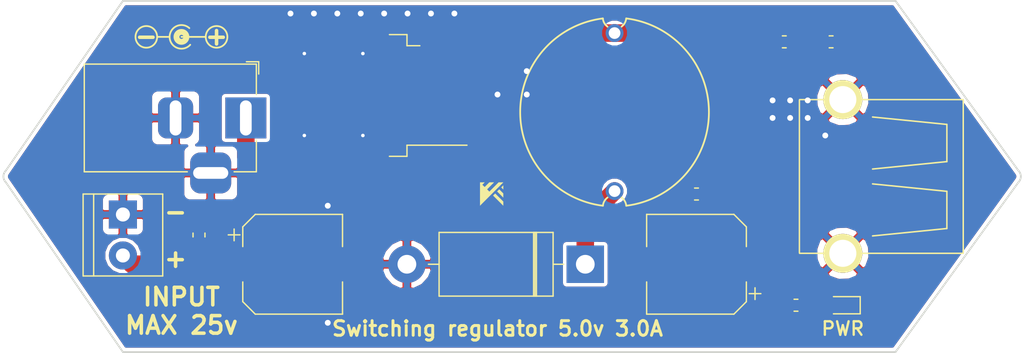
<source format=kicad_pcb>
(kicad_pcb (version 20171130) (host pcbnew 5.0.2-5.fc29)

  (general
    (thickness 1.6)
    (drawings 15)
    (tracks 73)
    (zones 0)
    (modules 16)
    (nets 7)
  )

  (page A4)
  (layers
    (0 F.Cu signal)
    (31 B.Cu signal)
    (32 B.Adhes user)
    (33 F.Adhes user)
    (34 B.Paste user)
    (35 F.Paste user)
    (36 B.SilkS user)
    (37 F.SilkS user)
    (38 B.Mask user)
    (39 F.Mask user)
    (40 Dwgs.User user)
    (41 Cmts.User user)
    (42 Eco1.User user)
    (43 Eco2.User user)
    (44 Edge.Cuts user)
    (45 Margin user)
    (46 B.CrtYd user)
    (47 F.CrtYd user)
    (48 B.Fab user)
    (49 F.Fab user hide)
  )

  (setup
    (last_trace_width 0.25)
    (user_trace_width 0.25)
    (user_trace_width 0.3)
    (user_trace_width 0.4)
    (user_trace_width 0.5)
    (user_trace_width 0.6)
    (user_trace_width 1)
    (user_trace_width 1.25)
    (user_trace_width 1.5)
    (trace_clearance 0.2)
    (zone_clearance 0.3)
    (zone_45_only no)
    (trace_min 0.2)
    (segment_width 0.2)
    (edge_width 0.15)
    (via_size 0.6)
    (via_drill 0.3)
    (via_min_size 0.6)
    (via_min_drill 0.3)
    (user_via 0.6 0.3)
    (user_via 0.8 0.5)
    (uvia_size 0.3)
    (uvia_drill 0.1)
    (uvias_allowed no)
    (uvia_min_size 0.2)
    (uvia_min_drill 0.1)
    (pcb_text_width 0.3)
    (pcb_text_size 1.5 1.5)
    (mod_edge_width 0.15)
    (mod_text_size 1 1)
    (mod_text_width 0.15)
    (pad_size 3.3274 3.3274)
    (pad_drill 2.3114)
    (pad_to_mask_clearance 0.2)
    (solder_mask_min_width 0.25)
    (aux_axis_origin 0 0)
    (visible_elements 7FFFFFFF)
    (pcbplotparams
      (layerselection 0x010fc_ffffffff)
      (usegerberextensions false)
      (usegerberattributes false)
      (usegerberadvancedattributes false)
      (creategerberjobfile false)
      (excludeedgelayer true)
      (linewidth 0.100000)
      (plotframeref false)
      (viasonmask false)
      (mode 1)
      (useauxorigin false)
      (hpglpennumber 1)
      (hpglpenspeed 20)
      (hpglpendiameter 15.000000)
      (psnegative false)
      (psa4output false)
      (plotreference true)
      (plotvalue true)
      (plotinvisibletext false)
      (padsonsilk false)
      (subtractmaskfromsilk false)
      (outputformat 1)
      (mirror false)
      (drillshape 0)
      (scaleselection 1)
      (outputdirectory "gerber/"))
  )

  (net 0 "")
  (net 1 GND)
  (net 2 "Net-(C1-Pad1)")
  (net 3 "Net-(D1-Pad1)")
  (net 4 "Net-(D2-Pad2)")
  (net 5 Vout)
  (net 6 Data)

  (net_class Default "This is the default net class."
    (clearance 0.2)
    (trace_width 0.25)
    (via_dia 0.6)
    (via_drill 0.3)
    (uvia_dia 0.3)
    (uvia_drill 0.1)
    (add_net Data)
    (add_net GND)
    (add_net "Net-(C1-Pad1)")
    (add_net "Net-(D1-Pad1)")
    (add_net "Net-(D2-Pad2)")
    (add_net Vout)
  )

  (module Capacitor_SMD:C_0603_1608Metric (layer F.Cu) (tedit 5B8C55BC) (tstamp 5B988972)
    (at 96.5 85 90)
    (descr "Capacitor SMD 0603 (1608 Metric), square (rectangular) end terminal, IPC_7351 nominal, (Body size source: http://www.tortai-tech.com/upload/download/2011102023233369053.pdf), generated with kicad-footprint-generator")
    (tags capacitor)
    (path /5B8B0D76)
    (attr smd)
    (fp_text reference C1 (at 0 -1.43 90) (layer F.SilkS) hide
      (effects (font (size 1 1) (thickness 0.15)))
    )
    (fp_text value 0.1uF (at 0 1.43 90) (layer F.Fab)
      (effects (font (size 1 1) (thickness 0.15)))
    )
    (fp_text user %R (at 0 0 90) (layer F.Fab)
      (effects (font (size 0.4 0.4) (thickness 0.06)))
    )
    (fp_line (start 1.48 0.73) (end -1.48 0.73) (layer F.CrtYd) (width 0.05))
    (fp_line (start 1.48 -0.73) (end 1.48 0.73) (layer F.CrtYd) (width 0.05))
    (fp_line (start -1.48 -0.73) (end 1.48 -0.73) (layer F.CrtYd) (width 0.05))
    (fp_line (start -1.48 0.73) (end -1.48 -0.73) (layer F.CrtYd) (width 0.05))
    (fp_line (start -0.162779 0.51) (end 0.162779 0.51) (layer F.SilkS) (width 0.12))
    (fp_line (start -0.162779 -0.51) (end 0.162779 -0.51) (layer F.SilkS) (width 0.12))
    (fp_line (start 0.8 0.4) (end -0.8 0.4) (layer F.Fab) (width 0.1))
    (fp_line (start 0.8 -0.4) (end 0.8 0.4) (layer F.Fab) (width 0.1))
    (fp_line (start -0.8 -0.4) (end 0.8 -0.4) (layer F.Fab) (width 0.1))
    (fp_line (start -0.8 0.4) (end -0.8 -0.4) (layer F.Fab) (width 0.1))
    (pad 2 smd roundrect (at 0.7875 0 90) (size 0.875 0.95) (layers F.Cu F.Paste F.Mask) (roundrect_rratio 0.25)
      (net 1 GND))
    (pad 1 smd roundrect (at -0.7875 0 90) (size 0.875 0.95) (layers F.Cu F.Paste F.Mask) (roundrect_rratio 0.25)
      (net 2 "Net-(C1-Pad1)"))
    (model ${KISYS3DMOD}/Capacitor_SMD.3dshapes/C_0603_1608Metric.wrl
      (at (xyz 0 0 0))
      (scale (xyz 1 1 1))
      (rotate (xyz 0 0 0))
    )
  )

  (module Capacitor_SMD:CP_Elec_8x5.4 (layer F.Cu) (tedit 5B8C55BF) (tstamp 5B98899A)
    (at 104.5 87.5)
    (descr "SMT capacitor, aluminium electrolytic, 8x5.4, Nichicon ")
    (tags "Capacitor Electrolytic")
    (path /5B8B0BBB)
    (attr smd)
    (fp_text reference C2 (at 0 -5.2) (layer F.SilkS) hide
      (effects (font (size 1 1) (thickness 0.15)))
    )
    (fp_text value 100uF (at 0 5.2) (layer F.Fab)
      (effects (font (size 1 1) (thickness 0.15)))
    )
    (fp_circle (center 0 0) (end 4 0) (layer F.Fab) (width 0.1))
    (fp_line (start 4.15 -4.15) (end 4.15 4.15) (layer F.Fab) (width 0.1))
    (fp_line (start -3.15 -4.15) (end 4.15 -4.15) (layer F.Fab) (width 0.1))
    (fp_line (start -3.15 4.15) (end 4.15 4.15) (layer F.Fab) (width 0.1))
    (fp_line (start -4.15 -3.15) (end -4.15 3.15) (layer F.Fab) (width 0.1))
    (fp_line (start -4.15 -3.15) (end -3.15 -4.15) (layer F.Fab) (width 0.1))
    (fp_line (start -4.15 3.15) (end -3.15 4.15) (layer F.Fab) (width 0.1))
    (fp_line (start -3.562278 -1.5) (end -2.762278 -1.5) (layer F.Fab) (width 0.1))
    (fp_line (start -3.162278 -1.9) (end -3.162278 -1.1) (layer F.Fab) (width 0.1))
    (fp_line (start 4.26 4.26) (end 4.26 1.51) (layer F.SilkS) (width 0.12))
    (fp_line (start 4.26 -4.26) (end 4.26 -1.51) (layer F.SilkS) (width 0.12))
    (fp_line (start -3.195563 -4.26) (end 4.26 -4.26) (layer F.SilkS) (width 0.12))
    (fp_line (start -3.195563 4.26) (end 4.26 4.26) (layer F.SilkS) (width 0.12))
    (fp_line (start -4.26 3.195563) (end -4.26 1.51) (layer F.SilkS) (width 0.12))
    (fp_line (start -4.26 -3.195563) (end -4.26 -1.51) (layer F.SilkS) (width 0.12))
    (fp_line (start -4.26 -3.195563) (end -3.195563 -4.26) (layer F.SilkS) (width 0.12))
    (fp_line (start -4.26 3.195563) (end -3.195563 4.26) (layer F.SilkS) (width 0.12))
    (fp_line (start -5.5 -2.51) (end -4.5 -2.51) (layer F.SilkS) (width 0.12))
    (fp_line (start -5 -3.01) (end -5 -2.01) (layer F.SilkS) (width 0.12))
    (fp_line (start 4.4 -4.4) (end 4.4 -1.5) (layer F.CrtYd) (width 0.05))
    (fp_line (start 4.4 -1.5) (end 5.3 -1.5) (layer F.CrtYd) (width 0.05))
    (fp_line (start 5.3 -1.5) (end 5.3 1.5) (layer F.CrtYd) (width 0.05))
    (fp_line (start 5.3 1.5) (end 4.4 1.5) (layer F.CrtYd) (width 0.05))
    (fp_line (start 4.4 1.5) (end 4.4 4.4) (layer F.CrtYd) (width 0.05))
    (fp_line (start -3.25 4.4) (end 4.4 4.4) (layer F.CrtYd) (width 0.05))
    (fp_line (start -3.25 -4.4) (end 4.4 -4.4) (layer F.CrtYd) (width 0.05))
    (fp_line (start -4.4 3.25) (end -3.25 4.4) (layer F.CrtYd) (width 0.05))
    (fp_line (start -4.4 -3.25) (end -3.25 -4.4) (layer F.CrtYd) (width 0.05))
    (fp_line (start -4.4 -3.25) (end -4.4 -1.5) (layer F.CrtYd) (width 0.05))
    (fp_line (start -4.4 1.5) (end -4.4 3.25) (layer F.CrtYd) (width 0.05))
    (fp_line (start -4.4 -1.5) (end -5.3 -1.5) (layer F.CrtYd) (width 0.05))
    (fp_line (start -5.3 -1.5) (end -5.3 1.5) (layer F.CrtYd) (width 0.05))
    (fp_line (start -5.3 1.5) (end -4.4 1.5) (layer F.CrtYd) (width 0.05))
    (fp_text user %R (at 0 0) (layer F.Fab)
      (effects (font (size 1 1) (thickness 0.15)))
    )
    (pad 1 smd rect (at -3.05 0) (size 4 2.5) (layers F.Cu F.Paste F.Mask)
      (net 2 "Net-(C1-Pad1)"))
    (pad 2 smd rect (at 3.05 0) (size 4 2.5) (layers F.Cu F.Paste F.Mask)
      (net 1 GND))
    (model ${KISYS3DMOD}/Capacitor_SMD.3dshapes/CP_Elec_8x5.4.wrl
      (at (xyz 0 0 0))
      (scale (xyz 1 1 1))
      (rotate (xyz 0 0 0))
    )
  )

  (module Capacitor_SMD:C_0603_1608Metric (layer F.Cu) (tedit 5B8C5A89) (tstamp 5B9889AB)
    (at 139 81.5 180)
    (descr "Capacitor SMD 0603 (1608 Metric), square (rectangular) end terminal, IPC_7351 nominal, (Body size source: http://www.tortai-tech.com/upload/download/2011102023233369053.pdf), generated with kicad-footprint-generator")
    (tags capacitor)
    (path /5B8B0AF5)
    (attr smd)
    (fp_text reference C3 (at 0 -1.43 180) (layer F.SilkS) hide
      (effects (font (size 1 1) (thickness 0.15)))
    )
    (fp_text value 0.1uF (at 0 1.43 180) (layer F.Fab)
      (effects (font (size 1 1) (thickness 0.15)))
    )
    (fp_line (start -0.8 0.4) (end -0.8 -0.4) (layer F.Fab) (width 0.1))
    (fp_line (start -0.8 -0.4) (end 0.8 -0.4) (layer F.Fab) (width 0.1))
    (fp_line (start 0.8 -0.4) (end 0.8 0.4) (layer F.Fab) (width 0.1))
    (fp_line (start 0.8 0.4) (end -0.8 0.4) (layer F.Fab) (width 0.1))
    (fp_line (start -0.162779 -0.51) (end 0.162779 -0.51) (layer F.SilkS) (width 0.12))
    (fp_line (start -0.162779 0.51) (end 0.162779 0.51) (layer F.SilkS) (width 0.12))
    (fp_line (start -1.48 0.73) (end -1.48 -0.73) (layer F.CrtYd) (width 0.05))
    (fp_line (start -1.48 -0.73) (end 1.48 -0.73) (layer F.CrtYd) (width 0.05))
    (fp_line (start 1.48 -0.73) (end 1.48 0.73) (layer F.CrtYd) (width 0.05))
    (fp_line (start 1.48 0.73) (end -1.48 0.73) (layer F.CrtYd) (width 0.05))
    (fp_text user %R (at 0 0 180) (layer F.Fab)
      (effects (font (size 0.4 0.4) (thickness 0.06)))
    )
    (pad 1 smd roundrect (at -0.7875 0 180) (size 0.875 0.95) (layers F.Cu F.Paste F.Mask) (roundrect_rratio 0.25)
      (net 5 Vout))
    (pad 2 smd roundrect (at 0.7875 0 180) (size 0.875 0.95) (layers F.Cu F.Paste F.Mask) (roundrect_rratio 0.25)
      (net 1 GND))
    (model ${KISYS3DMOD}/Capacitor_SMD.3dshapes/C_0603_1608Metric.wrl
      (at (xyz 0 0 0))
      (scale (xyz 1 1 1))
      (rotate (xyz 0 0 0))
    )
  )

  (module Capacitor_SMD:CP_Elec_8x10 (layer F.Cu) (tedit 5B8C61BD) (tstamp 5B9889D3)
    (at 139 87.5 180)
    (descr "SMT capacitor, aluminium electrolytic, 8x10, Nichicon ")
    (tags "Capacitor Electrolytic")
    (path /5B8B0CBB)
    (attr smd)
    (fp_text reference C4 (at 0 -5.2 180) (layer F.SilkS) hide
      (effects (font (size 1 1) (thickness 0.15)))
    )
    (fp_text value 1000uF (at 0 5.2 180) (layer F.Fab)
      (effects (font (size 1 1) (thickness 0.15)))
    )
    (fp_circle (center 0 0) (end 4 0) (layer F.Fab) (width 0.1))
    (fp_line (start 4.15 -4.15) (end 4.15 4.15) (layer F.Fab) (width 0.1))
    (fp_line (start -3.15 -4.15) (end 4.15 -4.15) (layer F.Fab) (width 0.1))
    (fp_line (start -3.15 4.15) (end 4.15 4.15) (layer F.Fab) (width 0.1))
    (fp_line (start -4.15 -3.15) (end -4.15 3.15) (layer F.Fab) (width 0.1))
    (fp_line (start -4.15 -3.15) (end -3.15 -4.15) (layer F.Fab) (width 0.1))
    (fp_line (start -4.15 3.15) (end -3.15 4.15) (layer F.Fab) (width 0.1))
    (fp_line (start -3.562278 -1.5) (end -2.762278 -1.5) (layer F.Fab) (width 0.1))
    (fp_line (start -3.162278 -1.9) (end -3.162278 -1.1) (layer F.Fab) (width 0.1))
    (fp_line (start 4.26 4.26) (end 4.26 1.51) (layer F.SilkS) (width 0.12))
    (fp_line (start 4.26 -4.26) (end 4.26 -1.51) (layer F.SilkS) (width 0.12))
    (fp_line (start -3.195563 -4.26) (end 4.26 -4.26) (layer F.SilkS) (width 0.12))
    (fp_line (start -3.195563 4.26) (end 4.26 4.26) (layer F.SilkS) (width 0.12))
    (fp_line (start -4.26 3.195563) (end -4.26 1.51) (layer F.SilkS) (width 0.12))
    (fp_line (start -4.26 -3.195563) (end -4.26 -1.51) (layer F.SilkS) (width 0.12))
    (fp_line (start -4.26 -3.195563) (end -3.195563 -4.26) (layer F.SilkS) (width 0.12))
    (fp_line (start -4.26 3.195563) (end -3.195563 4.26) (layer F.SilkS) (width 0.12))
    (fp_line (start -5.5 -2.51) (end -4.5 -2.51) (layer F.SilkS) (width 0.12))
    (fp_line (start -5 -3.01) (end -5 -2.01) (layer F.SilkS) (width 0.12))
    (fp_line (start 4.4 -4.4) (end 4.4 -1.5) (layer F.CrtYd) (width 0.05))
    (fp_line (start 4.4 -1.5) (end 5.25 -1.5) (layer F.CrtYd) (width 0.05))
    (fp_line (start 5.25 -1.5) (end 5.25 1.5) (layer F.CrtYd) (width 0.05))
    (fp_line (start 5.25 1.5) (end 4.4 1.5) (layer F.CrtYd) (width 0.05))
    (fp_line (start 4.4 1.5) (end 4.4 4.4) (layer F.CrtYd) (width 0.05))
    (fp_line (start -3.25 4.4) (end 4.4 4.4) (layer F.CrtYd) (width 0.05))
    (fp_line (start -3.25 -4.4) (end 4.4 -4.4) (layer F.CrtYd) (width 0.05))
    (fp_line (start -4.4 3.25) (end -3.25 4.4) (layer F.CrtYd) (width 0.05))
    (fp_line (start -4.4 -3.25) (end -3.25 -4.4) (layer F.CrtYd) (width 0.05))
    (fp_line (start -4.4 -3.25) (end -4.4 -1.5) (layer F.CrtYd) (width 0.05))
    (fp_line (start -4.4 1.5) (end -4.4 3.25) (layer F.CrtYd) (width 0.05))
    (fp_line (start -4.4 -1.5) (end -5.25 -1.5) (layer F.CrtYd) (width 0.05))
    (fp_line (start -5.25 -1.5) (end -5.25 1.5) (layer F.CrtYd) (width 0.05))
    (fp_line (start -5.25 1.5) (end -4.4 1.5) (layer F.CrtYd) (width 0.05))
    (fp_text user %R (at 0 0 180) (layer F.Fab)
      (effects (font (size 1 1) (thickness 0.15)))
    )
    (pad 1 smd rect (at -3.25 0 180) (size 3.5 2.5) (layers F.Cu F.Paste F.Mask)
      (net 5 Vout))
    (pad 2 smd rect (at 3.25 0 180) (size 3.5 2.5) (layers F.Cu F.Paste F.Mask)
      (net 1 GND))
    (model ${KISYS3DMOD}/Capacitor_SMD.3dshapes/CP_Elec_8x10.wrl
      (at (xyz 0 0 0))
      (scale (xyz 1 1 1))
      (rotate (xyz 0 0 0))
    )
  )

  (module Diode_THT:D_DO-201AD_P15.24mm_Horizontal (layer F.Cu) (tedit 5B8C62BA) (tstamp 5B9889F2)
    (at 129.5 87.5 180)
    (descr "Diode, DO-201AD series, Axial, Horizontal, pin pitch=15.24mm, , length*diameter=9.5*5.2mm^2, , http://www.diodes.com/_files/packages/DO-201AD.pdf")
    (tags "Diode DO-201AD series Axial Horizontal pin pitch 15.24mm  length 9.5mm diameter 5.2mm")
    (path /5B8B0EA8)
    (fp_text reference D1 (at 7.62 -3.72 180) (layer F.SilkS) hide
      (effects (font (size 1 1) (thickness 0.15)))
    )
    (fp_text value 1N5822 (at 7.62 3.72 180) (layer F.Fab)
      (effects (font (size 1 1) (thickness 0.15)))
    )
    (fp_line (start 2.87 -2.6) (end 2.87 2.6) (layer F.Fab) (width 0.1))
    (fp_line (start 2.87 2.6) (end 12.37 2.6) (layer F.Fab) (width 0.1))
    (fp_line (start 12.37 2.6) (end 12.37 -2.6) (layer F.Fab) (width 0.1))
    (fp_line (start 12.37 -2.6) (end 2.87 -2.6) (layer F.Fab) (width 0.1))
    (fp_line (start 0 0) (end 2.87 0) (layer F.Fab) (width 0.1))
    (fp_line (start 15.24 0) (end 12.37 0) (layer F.Fab) (width 0.1))
    (fp_line (start 4.295 -2.6) (end 4.295 2.6) (layer F.Fab) (width 0.1))
    (fp_line (start 4.395 -2.6) (end 4.395 2.6) (layer F.Fab) (width 0.1))
    (fp_line (start 4.195 -2.6) (end 4.195 2.6) (layer F.Fab) (width 0.1))
    (fp_line (start 2.75 -2.72) (end 2.75 2.72) (layer F.SilkS) (width 0.12))
    (fp_line (start 2.75 2.72) (end 12.49 2.72) (layer F.SilkS) (width 0.12))
    (fp_line (start 12.49 2.72) (end 12.49 -2.72) (layer F.SilkS) (width 0.12))
    (fp_line (start 12.49 -2.72) (end 2.75 -2.72) (layer F.SilkS) (width 0.12))
    (fp_line (start 1.84 0) (end 2.75 0) (layer F.SilkS) (width 0.12))
    (fp_line (start 13.4 0) (end 12.49 0) (layer F.SilkS) (width 0.12))
    (fp_line (start 4.295 -2.72) (end 4.295 2.72) (layer F.SilkS) (width 0.12))
    (fp_line (start 4.415 -2.72) (end 4.415 2.72) (layer F.SilkS) (width 0.12))
    (fp_line (start 4.175 -2.72) (end 4.175 2.72) (layer F.SilkS) (width 0.12))
    (fp_line (start -1.85 -2.85) (end -1.85 2.85) (layer F.CrtYd) (width 0.05))
    (fp_line (start -1.85 2.85) (end 17.09 2.85) (layer F.CrtYd) (width 0.05))
    (fp_line (start 17.09 2.85) (end 17.09 -2.85) (layer F.CrtYd) (width 0.05))
    (fp_line (start 17.09 -2.85) (end -1.85 -2.85) (layer F.CrtYd) (width 0.05))
    (fp_text user %R (at 8.3325 0 180) (layer F.Fab)
      (effects (font (size 1 1) (thickness 0.15)))
    )
    (fp_text user K (at 0 -2.6 180) (layer F.Fab)
      (effects (font (size 1 1) (thickness 0.15)))
    )
    (fp_text user K (at 0 -2.6 180) (layer F.SilkS) hide
      (effects (font (size 1 1) (thickness 0.15)))
    )
    (pad 1 thru_hole rect (at 0 0 180) (size 3.2 3.2) (drill 1.6) (layers *.Cu *.Mask)
      (net 3 "Net-(D1-Pad1)"))
    (pad 2 thru_hole oval (at 15.24 0 180) (size 3.2 3.2) (drill 1.6) (layers *.Cu *.Mask)
      (net 1 GND))
    (model ${KISYS3DMOD}/Diode_THT.3dshapes/D_DO-201AD_P15.24mm_Horizontal.wrl
      (at (xyz 0 0 0))
      (scale (xyz 1 1 1))
      (rotate (xyz 0 0 0))
    )
  )

  (module LED_SMD:LED_0603_1608Metric (layer F.Cu) (tedit 5B8C6167) (tstamp 5B988A05)
    (at 151.5 91 180)
    (descr "LED SMD 0603 (1608 Metric), square (rectangular) end terminal, IPC_7351 nominal, (Body size source: http://www.tortai-tech.com/upload/download/2011102023233369053.pdf), generated with kicad-footprint-generator")
    (tags diode)
    (path /5B8BBB93)
    (attr smd)
    (fp_text reference D2 (at 0 -1.43 180) (layer F.SilkS) hide
      (effects (font (size 1 1) (thickness 0.15)))
    )
    (fp_text value LED (at 0 1.43 180) (layer F.Fab)
      (effects (font (size 1 1) (thickness 0.15)))
    )
    (fp_line (start 0.8 -0.4) (end -0.5 -0.4) (layer F.Fab) (width 0.1))
    (fp_line (start -0.5 -0.4) (end -0.8 -0.1) (layer F.Fab) (width 0.1))
    (fp_line (start -0.8 -0.1) (end -0.8 0.4) (layer F.Fab) (width 0.1))
    (fp_line (start -0.8 0.4) (end 0.8 0.4) (layer F.Fab) (width 0.1))
    (fp_line (start 0.8 0.4) (end 0.8 -0.4) (layer F.Fab) (width 0.1))
    (fp_line (start 0.8 -0.735) (end -1.485 -0.735) (layer F.SilkS) (width 0.12))
    (fp_line (start -1.485 -0.735) (end -1.485 0.735) (layer F.SilkS) (width 0.12))
    (fp_line (start -1.485 0.735) (end 0.8 0.735) (layer F.SilkS) (width 0.12))
    (fp_line (start -1.48 0.73) (end -1.48 -0.73) (layer F.CrtYd) (width 0.05))
    (fp_line (start -1.48 -0.73) (end 1.48 -0.73) (layer F.CrtYd) (width 0.05))
    (fp_line (start 1.48 -0.73) (end 1.48 0.73) (layer F.CrtYd) (width 0.05))
    (fp_line (start 1.48 0.73) (end -1.48 0.73) (layer F.CrtYd) (width 0.05))
    (fp_text user %R (at 0 0 180) (layer F.Fab)
      (effects (font (size 0.4 0.4) (thickness 0.06)))
    )
    (pad 1 smd roundrect (at -0.7875 0 180) (size 0.875 0.95) (layers F.Cu F.Paste F.Mask) (roundrect_rratio 0.25)
      (net 1 GND))
    (pad 2 smd roundrect (at 0.7875 0 180) (size 0.875 0.95) (layers F.Cu F.Paste F.Mask) (roundrect_rratio 0.25)
      (net 4 "Net-(D2-Pad2)"))
    (model ${KISYS3DMOD}/LED_SMD.3dshapes/LED_0603_1608Metric.wrl
      (at (xyz 0 0 0))
      (scale (xyz 1 1 1))
      (rotate (xyz 0 0 0))
    )
  )

  (module Connector_BarrelJack:BarrelJack_Horizontal (layer F.Cu) (tedit 5B8C55CB) (tstamp 5B988A28)
    (at 100.5 75)
    (descr "DC Barrel Jack")
    (tags "Power Jack")
    (path /5B8B0842)
    (fp_text reference J1 (at -8.45 5.75) (layer F.SilkS) hide
      (effects (font (size 1 1) (thickness 0.15)))
    )
    (fp_text value Barrel_Jack_Switch (at -6.2 -5.5) (layer F.Fab)
      (effects (font (size 1 1) (thickness 0.15)))
    )
    (fp_text user %R (at -3 -2.95) (layer F.Fab)
      (effects (font (size 1 1) (thickness 0.15)))
    )
    (fp_line (start -0.003213 -4.505425) (end 0.8 -3.75) (layer F.Fab) (width 0.1))
    (fp_line (start 1.1 -3.75) (end 1.1 -4.8) (layer F.SilkS) (width 0.12))
    (fp_line (start 0.05 -4.8) (end 1.1 -4.8) (layer F.SilkS) (width 0.12))
    (fp_line (start 1 -4.5) (end 1 -4.75) (layer F.CrtYd) (width 0.05))
    (fp_line (start 1 -4.75) (end -14 -4.75) (layer F.CrtYd) (width 0.05))
    (fp_line (start 1 -4.5) (end 1 -2) (layer F.CrtYd) (width 0.05))
    (fp_line (start 1 -2) (end 2 -2) (layer F.CrtYd) (width 0.05))
    (fp_line (start 2 -2) (end 2 2) (layer F.CrtYd) (width 0.05))
    (fp_line (start 2 2) (end 1 2) (layer F.CrtYd) (width 0.05))
    (fp_line (start 1 2) (end 1 4.75) (layer F.CrtYd) (width 0.05))
    (fp_line (start 1 4.75) (end -1 4.75) (layer F.CrtYd) (width 0.05))
    (fp_line (start -1 4.75) (end -1 6.75) (layer F.CrtYd) (width 0.05))
    (fp_line (start -1 6.75) (end -5 6.75) (layer F.CrtYd) (width 0.05))
    (fp_line (start -5 6.75) (end -5 4.75) (layer F.CrtYd) (width 0.05))
    (fp_line (start -5 4.75) (end -14 4.75) (layer F.CrtYd) (width 0.05))
    (fp_line (start -14 4.75) (end -14 -4.75) (layer F.CrtYd) (width 0.05))
    (fp_line (start -5 4.6) (end -13.8 4.6) (layer F.SilkS) (width 0.12))
    (fp_line (start -13.8 4.6) (end -13.8 -4.6) (layer F.SilkS) (width 0.12))
    (fp_line (start 0.9 1.9) (end 0.9 4.6) (layer F.SilkS) (width 0.12))
    (fp_line (start 0.9 4.6) (end -1 4.6) (layer F.SilkS) (width 0.12))
    (fp_line (start -13.8 -4.6) (end 0.9 -4.6) (layer F.SilkS) (width 0.12))
    (fp_line (start 0.9 -4.6) (end 0.9 -2) (layer F.SilkS) (width 0.12))
    (fp_line (start -10.2 -4.5) (end -10.2 4.5) (layer F.Fab) (width 0.1))
    (fp_line (start -13.7 -4.5) (end -13.7 4.5) (layer F.Fab) (width 0.1))
    (fp_line (start -13.7 4.5) (end 0.8 4.5) (layer F.Fab) (width 0.1))
    (fp_line (start 0.8 4.5) (end 0.8 -3.75) (layer F.Fab) (width 0.1))
    (fp_line (start 0 -4.5) (end -13.7 -4.5) (layer F.Fab) (width 0.1))
    (pad 1 thru_hole rect (at 0 0) (size 3.5 3.5) (drill oval 1 3) (layers *.Cu *.Mask)
      (net 2 "Net-(C1-Pad1)"))
    (pad 2 thru_hole roundrect (at -6 0) (size 3 3.5) (drill oval 1 3) (layers *.Cu *.Mask) (roundrect_rratio 0.25)
      (net 1 GND))
    (pad 3 thru_hole roundrect (at -3 4.7) (size 3.5 3.5) (drill oval 3 1) (layers *.Cu *.Mask) (roundrect_rratio 0.25)
      (net 1 GND))
    (model ${KISYS3DMOD}/Connector_BarrelJack.3dshapes/BarrelJack_Horizontal.wrl
      (at (xyz 0 0 0))
      (scale (xyz 1 1 1))
      (rotate (xyz 0 0 0))
    )
  )

  (module GiraffeTech-Connector:TerminalBlock_Dinkle_ED350V_1x02_P3.50mm_Horizontal (layer F.Cu) (tedit 5B8C55C9) (tstamp 5B988A57)
    (at 90 85 270)
    (path /5B8BCFC0)
    (fp_text reference J3 (at 0 5 270) (layer F.SilkS) hide
      (effects (font (size 1 1) (thickness 0.15)))
    )
    (fp_text value Screw_Terminal_01x02 (at 0 -5 270) (layer F.Fab)
      (effects (font (size 1 1) (thickness 0.15)))
    )
    (fp_line (start -3.5 -3.4) (end 3.5 -3.4) (layer F.SilkS) (width 0.12))
    (fp_line (start 3.5 -3.4) (end 3.5 3.4) (layer F.SilkS) (width 0.12))
    (fp_line (start 3.5 3.4) (end -3.5 3.4) (layer F.SilkS) (width 0.12))
    (fp_line (start -3.5 3.4) (end -3.5 -3.4) (layer F.SilkS) (width 0.12))
    (fp_line (start -3.5 -3.5) (end 3.5 -3.5) (layer F.CrtYd) (width 0.05))
    (fp_line (start 3.5 -3.5) (end 3.5 3.5) (layer F.CrtYd) (width 0.05))
    (fp_line (start 3.5 3.5) (end -3.5 3.5) (layer F.CrtYd) (width 0.05))
    (fp_line (start -3.5 3.5) (end -3.5 -3.5) (layer F.CrtYd) (width 0.05))
    (fp_line (start -3.5 2.5) (end 3.5 2.5) (layer F.SilkS) (width 0.12))
    (fp_text user %R (at 0 -2 270) (layer F.Fab)
      (effects (font (size 1 1) (thickness 0.15)))
    )
    (fp_line (start -3.5 -3.5) (end 3.5 -3.5) (layer F.Fab) (width 0.12))
    (fp_line (start 3.5 -3.5) (end 3.5 3.5) (layer F.Fab) (width 0.12))
    (fp_line (start 3.5 3.5) (end -3.5 3.5) (layer F.Fab) (width 0.12))
    (fp_line (start -3.5 3.5) (end -3.5 -3.5) (layer F.Fab) (width 0.12))
    (pad 1 thru_hole rect (at -1.75 0 270) (size 2.4 2.4) (drill 1.2) (layers *.Cu *.Mask)
      (net 1 GND))
    (pad 2 thru_hole circle (at 1.75 0 270) (size 2.4 2.4) (drill 1.2) (layers *.Cu *.Mask)
      (net 2 "Net-(C1-Pad1)"))
  )

  (module GiraffeTech-Inductor:SAGAMI_7916N_L-Radial_D16.00_P13.50 (layer F.Cu) (tedit 5B8C55DF) (tstamp 5B988A63)
    (at 132 74.5 90)
    (path /5B8B10C4)
    (fp_text reference L1 (at 0 -9 90) (layer F.SilkS) hide
      (effects (font (size 1 1) (thickness 0.15)))
    )
    (fp_text value 100uH (at 0 9 90) (layer F.Fab)
      (effects (font (size 1 1) (thickness 0.15)))
    )
    (fp_arc (start 0 0) (end 7.999999 -0.999999) (angle -165.7499673) (layer F.SilkS) (width 0.15))
    (fp_arc (start 0 0) (end -7.999999 0.999999) (angle -165.7499788) (layer F.SilkS) (width 0.15))
    (fp_arc (start -8.1 0) (end -7.300001 -0.6) (angle -47.41950922) (layer F.SilkS) (width 0.15))
    (fp_arc (start -8.1 0) (end -8.000001 0.999999) (angle -47.41950922) (layer F.SilkS) (width 0.15))
    (fp_arc (start 8.1 0) (end 8.000001 -0.999999) (angle -47.41950922) (layer F.SilkS) (width 0.15))
    (fp_arc (start 8.1 0) (end 7.3 0.6) (angle -47.41950922) (layer F.SilkS) (width 0.15))
    (pad 2 thru_hole circle (at 6.75 0 90) (size 1.524 1.524) (drill 1) (layers *.Cu *.Mask)
      (net 5 Vout))
    (pad 1 thru_hole circle (at -6.75 0 90) (size 1.524 1.524) (drill 1) (layers *.Cu *.Mask)
      (net 3 "Net-(D1-Pad1)"))
  )

  (module Resistor_SMD:R_0603_1608Metric (layer F.Cu) (tedit 5B8C5A8F) (tstamp 5B988A74)
    (at 147.5 91)
    (descr "Resistor SMD 0603 (1608 Metric), square (rectangular) end terminal, IPC_7351 nominal, (Body size source: http://www.tortai-tech.com/upload/download/2011102023233369053.pdf), generated with kicad-footprint-generator")
    (tags resistor)
    (path /5B8BB3CE)
    (attr smd)
    (fp_text reference R1 (at 0 -1.43) (layer F.SilkS) hide
      (effects (font (size 1 1) (thickness 0.15)))
    )
    (fp_text value 1k (at 0 1.43) (layer F.Fab)
      (effects (font (size 1 1) (thickness 0.15)))
    )
    (fp_line (start -0.8 0.4) (end -0.8 -0.4) (layer F.Fab) (width 0.1))
    (fp_line (start -0.8 -0.4) (end 0.8 -0.4) (layer F.Fab) (width 0.1))
    (fp_line (start 0.8 -0.4) (end 0.8 0.4) (layer F.Fab) (width 0.1))
    (fp_line (start 0.8 0.4) (end -0.8 0.4) (layer F.Fab) (width 0.1))
    (fp_line (start -0.162779 -0.51) (end 0.162779 -0.51) (layer F.SilkS) (width 0.12))
    (fp_line (start -0.162779 0.51) (end 0.162779 0.51) (layer F.SilkS) (width 0.12))
    (fp_line (start -1.48 0.73) (end -1.48 -0.73) (layer F.CrtYd) (width 0.05))
    (fp_line (start -1.48 -0.73) (end 1.48 -0.73) (layer F.CrtYd) (width 0.05))
    (fp_line (start 1.48 -0.73) (end 1.48 0.73) (layer F.CrtYd) (width 0.05))
    (fp_line (start 1.48 0.73) (end -1.48 0.73) (layer F.CrtYd) (width 0.05))
    (fp_text user %R (at 0 0) (layer F.Fab)
      (effects (font (size 0.4 0.4) (thickness 0.06)))
    )
    (pad 1 smd roundrect (at -0.7875 0) (size 0.875 0.95) (layers F.Cu F.Paste F.Mask) (roundrect_rratio 0.25)
      (net 5 Vout))
    (pad 2 smd roundrect (at 0.7875 0) (size 0.875 0.95) (layers F.Cu F.Paste F.Mask) (roundrect_rratio 0.25)
      (net 4 "Net-(D2-Pad2)"))
    (model ${KISYS3DMOD}/Resistor_SMD.3dshapes/R_0603_1608Metric.wrl
      (at (xyz 0 0 0))
      (scale (xyz 1 1 1))
      (rotate (xyz 0 0 0))
    )
  )

  (module Resistor_SMD:R_0603_1608Metric (layer F.Cu) (tedit 5B8C5A92) (tstamp 5B988A85)
    (at 146.5 68.5)
    (descr "Resistor SMD 0603 (1608 Metric), square (rectangular) end terminal, IPC_7351 nominal, (Body size source: http://www.tortai-tech.com/upload/download/2011102023233369053.pdf), generated with kicad-footprint-generator")
    (tags resistor)
    (path /5B8B3019)
    (attr smd)
    (fp_text reference R2 (at 0 -1.43) (layer F.SilkS) hide
      (effects (font (size 1 1) (thickness 0.15)))
    )
    (fp_text value 1k (at 0 1.43) (layer F.Fab)
      (effects (font (size 1 1) (thickness 0.15)))
    )
    (fp_line (start -0.8 0.4) (end -0.8 -0.4) (layer F.Fab) (width 0.1))
    (fp_line (start -0.8 -0.4) (end 0.8 -0.4) (layer F.Fab) (width 0.1))
    (fp_line (start 0.8 -0.4) (end 0.8 0.4) (layer F.Fab) (width 0.1))
    (fp_line (start 0.8 0.4) (end -0.8 0.4) (layer F.Fab) (width 0.1))
    (fp_line (start -0.162779 -0.51) (end 0.162779 -0.51) (layer F.SilkS) (width 0.12))
    (fp_line (start -0.162779 0.51) (end 0.162779 0.51) (layer F.SilkS) (width 0.12))
    (fp_line (start -1.48 0.73) (end -1.48 -0.73) (layer F.CrtYd) (width 0.05))
    (fp_line (start -1.48 -0.73) (end 1.48 -0.73) (layer F.CrtYd) (width 0.05))
    (fp_line (start 1.48 -0.73) (end 1.48 0.73) (layer F.CrtYd) (width 0.05))
    (fp_line (start 1.48 0.73) (end -1.48 0.73) (layer F.CrtYd) (width 0.05))
    (fp_text user %R (at 0 0) (layer F.Fab)
      (effects (font (size 0.4 0.4) (thickness 0.06)))
    )
    (pad 1 smd roundrect (at -0.7875 0) (size 0.875 0.95) (layers F.Cu F.Paste F.Mask) (roundrect_rratio 0.25)
      (net 5 Vout))
    (pad 2 smd roundrect (at 0.7875 0) (size 0.875 0.95) (layers F.Cu F.Paste F.Mask) (roundrect_rratio 0.25)
      (net 6 Data))
    (model ${KISYS3DMOD}/Resistor_SMD.3dshapes/R_0603_1608Metric.wrl
      (at (xyz 0 0 0))
      (scale (xyz 1 1 1))
      (rotate (xyz 0 0 0))
    )
  )

  (module Resistor_SMD:R_0603_1608Metric (layer F.Cu) (tedit 5B8C5AED) (tstamp 5B988A96)
    (at 150.5 68.5)
    (descr "Resistor SMD 0603 (1608 Metric), square (rectangular) end terminal, IPC_7351 nominal, (Body size source: http://www.tortai-tech.com/upload/download/2011102023233369053.pdf), generated with kicad-footprint-generator")
    (tags resistor)
    (path /5B8B3097)
    (attr smd)
    (fp_text reference R3 (at 0 -1.43) (layer F.SilkS) hide
      (effects (font (size 1 1) (thickness 0.15)))
    )
    (fp_text value 1k (at 0 1.43) (layer F.Fab)
      (effects (font (size 1 1) (thickness 0.15)))
    )
    (fp_text user %R (at 0 0) (layer F.Fab)
      (effects (font (size 0.4 0.4) (thickness 0.06)))
    )
    (fp_line (start 1.48 0.73) (end -1.48 0.73) (layer F.CrtYd) (width 0.05))
    (fp_line (start 1.48 -0.73) (end 1.48 0.73) (layer F.CrtYd) (width 0.05))
    (fp_line (start -1.48 -0.73) (end 1.48 -0.73) (layer F.CrtYd) (width 0.05))
    (fp_line (start -1.48 0.73) (end -1.48 -0.73) (layer F.CrtYd) (width 0.05))
    (fp_line (start -0.162779 0.51) (end 0.162779 0.51) (layer F.SilkS) (width 0.12))
    (fp_line (start -0.162779 -0.51) (end 0.162779 -0.51) (layer F.SilkS) (width 0.12))
    (fp_line (start 0.8 0.4) (end -0.8 0.4) (layer F.Fab) (width 0.1))
    (fp_line (start 0.8 -0.4) (end 0.8 0.4) (layer F.Fab) (width 0.1))
    (fp_line (start -0.8 -0.4) (end 0.8 -0.4) (layer F.Fab) (width 0.1))
    (fp_line (start -0.8 0.4) (end -0.8 -0.4) (layer F.Fab) (width 0.1))
    (pad 2 smd roundrect (at 0.7875 0) (size 0.875 0.95) (layers F.Cu F.Paste F.Mask) (roundrect_rratio 0.25)
      (net 1 GND))
    (pad 1 smd roundrect (at -0.7875 0) (size 0.875 0.95) (layers F.Cu F.Paste F.Mask) (roundrect_rratio 0.25)
      (net 6 Data))
    (model ${KISYS3DMOD}/Resistor_SMD.3dshapes/R_0603_1608Metric.wrl
      (at (xyz 0 0 0))
      (scale (xyz 1 1 1))
      (rotate (xyz 0 0 0))
    )
  )

  (module Package_TO_SOT_SMD:TO-263-5_TabPin3 (layer F.Cu) (tedit 5B8C55C4) (tstamp 5B988AC6)
    (at 111.317073 73.080043 180)
    (descr "TO-263 / D2PAK / DDPAK SMD package, http://www.infineon.com/cms/en/product/packages/PG-TO263/PG-TO263-5-1/")
    (tags "D2PAK DDPAK TO-263 D2PAK-5 TO-263-5 SOT-426")
    (path /5B8B09FD)
    (attr smd)
    (fp_text reference U1 (at 0 -6.65 180) (layer F.SilkS) hide
      (effects (font (size 1 1) (thickness 0.15)))
    )
    (fp_text value LM2576S-5 (at 0 6.65 180) (layer F.Fab)
      (effects (font (size 1 1) (thickness 0.15)))
    )
    (fp_line (start 6.5 -5) (end 7.5 -5) (layer F.Fab) (width 0.1))
    (fp_line (start 7.5 -5) (end 7.5 5) (layer F.Fab) (width 0.1))
    (fp_line (start 7.5 5) (end 6.5 5) (layer F.Fab) (width 0.1))
    (fp_line (start 6.5 -5) (end 6.5 5) (layer F.Fab) (width 0.1))
    (fp_line (start 6.5 5) (end -2.75 5) (layer F.Fab) (width 0.1))
    (fp_line (start -2.75 5) (end -2.75 -4) (layer F.Fab) (width 0.1))
    (fp_line (start -2.75 -4) (end -1.75 -5) (layer F.Fab) (width 0.1))
    (fp_line (start -1.75 -5) (end 6.5 -5) (layer F.Fab) (width 0.1))
    (fp_line (start -2.75 -3.8) (end -7.45 -3.8) (layer F.Fab) (width 0.1))
    (fp_line (start -7.45 -3.8) (end -7.45 -3) (layer F.Fab) (width 0.1))
    (fp_line (start -7.45 -3) (end -2.75 -3) (layer F.Fab) (width 0.1))
    (fp_line (start -2.75 -2.1) (end -7.45 -2.1) (layer F.Fab) (width 0.1))
    (fp_line (start -7.45 -2.1) (end -7.45 -1.3) (layer F.Fab) (width 0.1))
    (fp_line (start -7.45 -1.3) (end -2.75 -1.3) (layer F.Fab) (width 0.1))
    (fp_line (start -2.75 -0.4) (end -7.45 -0.4) (layer F.Fab) (width 0.1))
    (fp_line (start -7.45 -0.4) (end -7.45 0.4) (layer F.Fab) (width 0.1))
    (fp_line (start -7.45 0.4) (end -2.75 0.4) (layer F.Fab) (width 0.1))
    (fp_line (start -2.75 1.3) (end -7.45 1.3) (layer F.Fab) (width 0.1))
    (fp_line (start -7.45 1.3) (end -7.45 2.1) (layer F.Fab) (width 0.1))
    (fp_line (start -7.45 2.1) (end -2.75 2.1) (layer F.Fab) (width 0.1))
    (fp_line (start -2.75 3) (end -7.45 3) (layer F.Fab) (width 0.1))
    (fp_line (start -7.45 3) (end -7.45 3.8) (layer F.Fab) (width 0.1))
    (fp_line (start -7.45 3.8) (end -2.75 3.8) (layer F.Fab) (width 0.1))
    (fp_line (start -1.45 -5.2) (end -2.95 -5.2) (layer F.SilkS) (width 0.12))
    (fp_line (start -2.95 -5.2) (end -2.95 -4.25) (layer F.SilkS) (width 0.12))
    (fp_line (start -2.95 -4.25) (end -8.075 -4.25) (layer F.SilkS) (width 0.12))
    (fp_line (start -1.45 5.2) (end -2.95 5.2) (layer F.SilkS) (width 0.12))
    (fp_line (start -2.95 5.2) (end -2.95 4.25) (layer F.SilkS) (width 0.12))
    (fp_line (start -2.95 4.25) (end -4.05 4.25) (layer F.SilkS) (width 0.12))
    (fp_line (start -8.32 -5.65) (end -8.32 5.65) (layer F.CrtYd) (width 0.05))
    (fp_line (start -8.32 5.65) (end 8.32 5.65) (layer F.CrtYd) (width 0.05))
    (fp_line (start 8.32 5.65) (end 8.32 -5.65) (layer F.CrtYd) (width 0.05))
    (fp_line (start 8.32 -5.65) (end -8.32 -5.65) (layer F.CrtYd) (width 0.05))
    (fp_text user %R (at 0 0 180) (layer F.Fab)
      (effects (font (size 1 1) (thickness 0.15)))
    )
    (pad 1 smd rect (at -5.775 -3.4 180) (size 4.6 1.1) (layers F.Cu F.Paste F.Mask)
      (net 2 "Net-(C1-Pad1)"))
    (pad 2 smd rect (at -5.775 -1.7 180) (size 4.6 1.1) (layers F.Cu F.Paste F.Mask)
      (net 3 "Net-(D1-Pad1)"))
    (pad 3 smd rect (at -5.775 0 180) (size 4.6 1.1) (layers F.Cu F.Paste F.Mask)
      (net 1 GND))
    (pad 4 smd rect (at -5.775 1.7 180) (size 4.6 1.1) (layers F.Cu F.Paste F.Mask)
      (net 5 Vout))
    (pad 5 smd rect (at -5.775 3.4 180) (size 4.6 1.1) (layers F.Cu F.Paste F.Mask)
      (net 1 GND))
    (pad 3 smd rect (at 3.375 0 180) (size 9.4 10.8) (layers F.Cu F.Mask)
      (net 1 GND))
    (pad "" smd rect (at 5.8 2.775 180) (size 4.55 5.25) (layers F.Paste))
    (pad "" smd rect (at 0.95 -2.775 180) (size 4.55 5.25) (layers F.Paste))
    (pad "" smd rect (at 5.8 -2.775 180) (size 4.55 5.25) (layers F.Paste))
    (pad "" smd rect (at 0.95 2.775 180) (size 4.55 5.25) (layers F.Paste))
    (model ${KISYS3DMOD}/Package_TO_SOT_SMD.3dshapes/TO-263-5_TabPin3.wrl
      (at (xyz 0 0 0))
      (scale (xyz 1 1 1))
      (rotate (xyz 0 0 0))
    )
  )

  (module GiraffeTech-Connector:USB-A-S-NOSILK-FEMALE (layer F.Cu) (tedit 5B8C6289) (tstamp 5B8C61D3)
    (at 151.5 80 180)
    (path /5B8B0542)
    (attr smd)
    (fp_text reference J2 (at 5.2832 7.83844) (layer B.SilkS) hide
      (effects (font (size 1.27 1.27) (thickness 0.1016)) (justify mirror))
    )
    (fp_text value USB_A (at 0 0 180) (layer F.SilkS) hide
      (effects (font (size 1.524 1.524) (thickness 0.15)))
    )
    (fp_line (start 3.6957 -6.5659) (end -10.287 -6.5659) (layer F.SilkS) (width 0.127))
    (fp_line (start 3.6957 6.5659) (end -10.287 6.5659) (layer F.SilkS) (width 0.127))
    (fp_line (start -10.287 -6.477) (end -10.287 6.477) (layer F.SilkS) (width 0.127))
    (fp_line (start 3.7084 -6.5024) (end 3.7084 6.5024) (layer F.SilkS) (width 0.127))
    (fp_line (start -2.54 5.08) (end -8.89 4.445) (layer F.SilkS) (width 0.127))
    (fp_line (start -8.89 4.445) (end -8.89 1.27) (layer F.SilkS) (width 0.127))
    (fp_line (start -8.89 1.27) (end -2.54 0.635) (layer F.SilkS) (width 0.127))
    (fp_line (start -2.54 -5.08) (end -8.89 -4.445) (layer F.SilkS) (width 0.127))
    (fp_line (start -8.89 -4.445) (end -8.89 -1.27) (layer F.SilkS) (width 0.127))
    (fp_line (start -8.89 -1.27) (end -2.54 -0.635) (layer F.SilkS) (width 0.127))
    (pad 3 smd rect (at 4.21132 0.99822 180) (size 2.99974 0.89916) (layers F.Cu F.Paste F.Mask)
      (net 6 Data))
    (pad 2 smd rect (at 4.21132 -0.99822 180) (size 2.99974 0.89916) (layers F.Cu F.Paste F.Mask)
      (net 6 Data))
    (pad 4 smd rect (at 4.21132 3.49758 180) (size 2.99974 0.89916) (layers F.Cu F.Paste F.Mask)
      (net 1 GND))
    (pad 4 thru_hole circle (at 0 6.5659 180) (size 3.3274 3.3274) (drill 2.3114) (layers *.Cu F.Paste F.SilkS F.Mask)
      (net 1 GND))
    (pad 4 thru_hole circle (at 0 -6.5659 180) (size 3.3274 3.3274) (drill 2.3114) (layers *.Cu F.Paste F.SilkS F.Mask)
      (net 1 GND))
    (pad 1 smd circle (at 4.21132 -3.49758 180) (size 2.99974 2.99974) (layers F.Cu F.Paste F.Mask)
      (net 5 Vout))
  )

  (module GiraffeTech-Utility:MakerPlayground_logo_2x2mm (layer F.Cu) (tedit 0) (tstamp 5B8C7DE8)
    (at 121.5 81.5)
    (fp_text reference G*** (at 0 0) (layer F.SilkS) hide
      (effects (font (size 1.524 1.524) (thickness 0.3)))
    )
    (fp_text value LOGO (at 0.75 0) (layer F.SilkS) hide
      (effects (font (size 1.524 1.524) (thickness 0.3)))
    )
    (fp_poly (pts (xy 0.992188 -0.564543) (xy 0.992164 -0.528929) (xy 0.992097 -0.495895) (xy 0.991991 -0.466261)
      (xy 0.991852 -0.440843) (xy 0.991684 -0.420459) (xy 0.991492 -0.405926) (xy 0.991282 -0.398062)
      (xy 0.99116 -0.396875) (xy 0.988207 -0.399571) (xy 0.980351 -0.407199) (xy 0.968291 -0.419067)
      (xy 0.952725 -0.434484) (xy 0.934354 -0.452758) (xy 0.913876 -0.4732) (xy 0.906847 -0.480231)
      (xy 0.823563 -0.563586) (xy 0.907875 -0.647899) (xy 0.992188 -0.732211) (xy 0.992188 -0.564543)) (layer F.SilkS) (width 0.01))
    (fp_poly (pts (xy 0.992272 -0.049513) (xy 0.991238 0.124084) (xy 0.990203 0.297682) (xy 0.731231 0.038685)
      (xy 0.472259 -0.220311) (xy 0.559597 -0.307581) (xy 0.646934 -0.394851) (xy 0.992272 -0.049513)) (layer F.SilkS) (width 0.01))
    (fp_poly (pts (xy 0.306845 -0.036934) (xy 0.315366 -0.028902) (xy 0.328804 -0.015931) (xy 0.346812 0.001638)
      (xy 0.369045 0.023463) (xy 0.39516 0.049204) (xy 0.424812 0.078521) (xy 0.457655 0.111071)
      (xy 0.493344 0.146515) (xy 0.531535 0.184511) (xy 0.571883 0.224719) (xy 0.614044 0.266798)
      (xy 0.649934 0.302669) (xy 0.992273 0.645025) (xy 0.990203 0.990203) (xy 0.559594 0.560703)
      (xy 0.128984 0.131202) (xy 0.214278 0.045757) (xy 0.235683 0.024442) (xy 0.255382 0.005068)
      (xy 0.272657 -0.011676) (xy 0.28679 -0.025103) (xy 0.297063 -0.034528) (xy 0.302757 -0.039261)
      (xy 0.303583 -0.039687) (xy 0.306845 -0.036934)) (layer F.SilkS) (width 0.01))
    (fp_poly (pts (xy 0.790777 -0.991434) (xy 0.988227 -0.990203) (xy -0.992187 0.990197) (xy -0.992187 -0.992187)
      (xy -0.601395 -0.992187) (xy -0.646963 -0.945555) (xy -0.665935 -0.926151) (xy -0.688266 -0.903332)
      (xy -0.711752 -0.879346) (xy -0.734194 -0.856442) (xy -0.745114 -0.845303) (xy -0.797697 -0.791685)
      (xy -0.698482 -0.692529) (xy -0.599266 -0.593373) (xy -0.399829 -0.79278) (xy -0.200393 -0.992187)
      (xy 0.195473 -0.992187) (xy -0.099139 -0.695955) (xy -0.39375 -0.399723) (xy -0.194618 -0.200591)
      (xy 0.199355 -0.596628) (xy 0.593328 -0.992663) (xy 0.790777 -0.991434)) (layer F.SilkS) (width 0.01))
  )

  (module Symbol:Symbol_Barrel_Polarity (layer F.Cu) (tedit 5765E9A7) (tstamp 5B8CA283)
    (at 95 68)
    (descr "Barrel connector polarity indicator")
    (tags "barrel polarity")
    (attr virtual)
    (fp_text reference REF** (at 0 -2) (layer F.SilkS) hide
      (effects (font (size 1 1) (thickness 0.15)))
    )
    (fp_text value Symbol_Barrel_Polarity (at 0 2) (layer F.Fab)
      (effects (font (size 1 1) (thickness 0.15)))
    )
    (fp_arc (start 0 0.075) (end 0.75 0.75) (angle 270) (layer F.SilkS) (width 0.15))
    (fp_circle (center 0 0.075) (end 0 0.25) (layer F.SilkS) (width 0.5))
    (fp_circle (center 3 0.075) (end 3 1) (layer F.SilkS) (width 0.15))
    (fp_circle (center -3 0.075) (end -3 1) (layer F.SilkS) (width 0.15))
    (fp_line (start -2 0.075) (end -1.1 0.075) (layer F.SilkS) (width 0.15))
    (fp_line (start 0 0.075) (end 2 0.075) (layer F.SilkS) (width 0.15))
  )

  (gr_text PWR (at 151.5 93) (layer F.SilkS)
    (effects (font (size 1.15 1.15) (thickness 0.2)))
  )
  (gr_text "INPUT\nMAX 25v" (at 95 91.5) (layer F.SilkS)
    (effects (font (size 1.5 1.5) (thickness 0.3)))
  )
  (gr_text - (at 92 68) (layer F.SilkS) (tstamp 5B8CA28F)
    (effects (font (size 1.5 1.5) (thickness 0.3)))
  )
  (gr_text + (at 98 68) (layer F.SilkS)
    (effects (font (size 1.5 1.5) (thickness 0.3)))
  )
  (gr_text + (at 94.5 87) (layer F.SilkS) (tstamp 5B8C7E02)
    (effects (font (size 1.5 1.5) (thickness 0.3)))
  )
  (gr_text - (at 94.5 83) (layer F.SilkS)
    (effects (font (size 1.5 1.5) (thickness 0.3)))
  )
  (gr_text "Switching regulator 5.0v 3.0A" (at 122 93) (layer F.SilkS)
    (effects (font (size 1.25 1.25) (thickness 0.25)))
  )
  (gr_line (start 90 65) (end 156 65) (layer Edge.Cuts) (width 0.15))
  (gr_line (start 90 95) (end 156 95) (layer Edge.Cuts) (width 0.15))
  (gr_line (start 166.5 80.5) (end 156 95) (layer Edge.Cuts) (width 0.15))
  (gr_line (start 166.5 79.5) (end 156 65) (layer Edge.Cuts) (width 0.15))
  (gr_arc (start 166 80) (end 166.499999 80.499999) (angle -90) (layer Edge.Cuts) (width 0.15))
  (gr_line (start 80 80.5) (end 90 95) (layer Edge.Cuts) (width 0.15))
  (gr_line (start 80 79.5) (end 90 65) (layer Edge.Cuts) (width 0.15))
  (gr_arc (start 80.5 80) (end 80.000001 79.500001) (angle -90) (layer Edge.Cuts) (width 0.15))

  (via (at 105.5 76.5) (size 0.6) (drill 0.3) (layers F.Cu B.Cu) (net 1) (tstamp 5B8C6655))
  (via (at 110.5 76.5) (size 0.6) (drill 0.3) (layers F.Cu B.Cu) (net 1) (tstamp 5B8C6653))
  (via (at 110.5 69.5) (size 0.6) (drill 0.3) (layers F.Cu B.Cu) (net 1) (tstamp 5B8C6651))
  (via (at 105.5 69.5) (size 0.6) (drill 0.3) (layers F.Cu B.Cu) (net 1) (tstamp 5B8C664F))
  (via (at 124.5 71) (size 0.8) (drill 0.5) (layers F.Cu B.Cu) (net 1) (tstamp 5B8C6639))
  (via (at 124.5 73) (size 0.8) (drill 0.5) (layers F.Cu B.Cu) (net 1) (tstamp 5B8C6635))
  (via (at 122 73) (size 0.8) (drill 0.5) (layers F.Cu B.Cu) (net 1) (tstamp 5B8C6633))
  (via (at 118.317073 66.080043) (size 0.8) (drill 0.5) (layers F.Cu B.Cu) (net 1) (tstamp 5B8C65D4))
  (via (at 112.317073 66.080043) (size 0.8) (drill 0.5) (layers F.Cu B.Cu) (net 1) (tstamp 5B8C65D3))
  (via (at 116.317073 66.080043) (size 0.8) (drill 0.5) (layers F.Cu B.Cu) (net 1) (tstamp 5B8C65D2))
  (via (at 114.317073 66.080043) (size 0.8) (drill 0.5) (layers F.Cu B.Cu) (net 1) (tstamp 5B8C65D1))
  (via (at 145.5 73.5) (size 0.8) (drill 0.5) (layers F.Cu B.Cu) (net 1) (tstamp 5B8C6487))
  (via (at 145.5 75) (size 0.8) (drill 0.5) (layers F.Cu B.Cu) (net 1) (tstamp 5B8C6485))
  (via (at 150 76.5) (size 0.8) (drill 0.5) (layers F.Cu B.Cu) (net 1) (tstamp 5B8C6483))
  (via (at 148.5 75) (size 0.8) (drill 0.5) (layers F.Cu B.Cu) (net 1) (tstamp 5B8C6481))
  (via (at 148.5 73.5) (size 0.8) (drill 0.5) (layers F.Cu B.Cu) (net 1) (tstamp 5B8C647F))
  (via (at 147 73.5) (size 0.8) (drill 0.5) (layers F.Cu B.Cu) (net 1) (tstamp 5B8C643C))
  (via (at 147 75) (size 0.8) (drill 0.5) (layers F.Cu B.Cu) (net 1) (tstamp 5B8C643A))
  (via (at 107.5 92.5) (size 0.8) (drill 0.5) (layers F.Cu B.Cu) (net 1) (tstamp 5B98A5F1))
  (via (at 107.5 82.5) (size 0.8) (drill 0.5) (layers F.Cu B.Cu) (net 1) (tstamp 5B98A5EE))
  (via (at 106.317073 66.080043) (size 0.8) (drill 0.5) (layers F.Cu B.Cu) (net 1) (tstamp 5B98A277))
  (via (at 108.317073 66.080043) (size 0.8) (drill 0.5) (layers F.Cu B.Cu) (net 1) (tstamp 5B98A276))
  (via (at 104.317073 66.080043) (size 0.8) (drill 0.5) (layers F.Cu B.Cu) (net 1) (tstamp 5B98A275))
  (via (at 110.317073 66.080043) (size 0.8) (drill 0.5) (layers F.Cu B.Cu) (net 1) (tstamp 5B98A274))
  (segment (start 102.25 80) (end 101.45 80.8) (width 1.5) (layer F.Cu) (net 2))
  (segment (start 101.45 80.8) (end 101.45 87.5) (width 1.5) (layer F.Cu) (net 2) (status 20))
  (segment (start 116.5 80) (end 117.092073 79.407927) (width 1.5) (layer F.Cu) (net 2))
  (segment (start 117.092073 79.407927) (end 117.092073 76.480043) (width 1.5) (layer F.Cu) (net 2) (status 20))
  (segment (start 102.25 80) (end 116.5 80) (width 1.5) (layer F.Cu) (net 2))
  (segment (start 100.5 75) (end 100.5 78.25) (width 1.5) (layer F.Cu) (net 2) (status 10))
  (segment (start 100.5 78.25) (end 102.25 80) (width 1.5) (layer F.Cu) (net 2))
  (segment (start 96.5 87.5) (end 90.75 87.5) (width 1.5) (layer F.Cu) (net 2) (status 20))
  (segment (start 101.45 87.5) (end 96.5 87.5) (width 1.5) (layer F.Cu) (net 2) (status 10))
  (segment (start 96.5 85.7875) (end 96.5 87.5) (width 0.5) (layer F.Cu) (net 2) (status 10))
  (segment (start 90.75 87.5) (end 90 86.75) (width 1.5) (layer F.Cu) (net 2) (status 30))
  (segment (start 129.5 78.75) (end 129.25 78.5) (width 1.5) (layer F.Cu) (net 3))
  (segment (start 125.530043 74.780043) (end 129.25 78.5) (width 1.5) (layer F.Cu) (net 3))
  (segment (start 129.5 83.75) (end 129.5 78.75) (width 1.5) (layer F.Cu) (net 3))
  (segment (start 129.5 87.5) (end 129.5 83.75) (width 1.5) (layer F.Cu) (net 3) (status 10))
  (segment (start 129.5 83.75) (end 132 81.25) (width 1.5) (layer F.Cu) (net 3) (status 20))
  (segment (start 117.092073 74.780043) (end 125.530043 74.780043) (width 1.5) (layer F.Cu) (net 3) (status 10))
  (segment (start 148.2875 91) (end 150.7125 91) (width 0.5) (layer F.Cu) (net 4))
  (segment (start 146.7125 91) (end 146.7125 88.2125) (width 0.5) (layer F.Cu) (net 5))
  (segment (start 146.7125 88.2125) (end 146 87.5) (width 0.5) (layer F.Cu) (net 5))
  (segment (start 142.25 87.5) (end 146 87.5) (width 0.5) (layer F.Cu) (net 5))
  (segment (start 141.5 81) (end 141.5 82.5) (width 1.5) (layer F.Cu) (net 5))
  (segment (start 141.5 68.5) (end 141.5 81) (width 1.5) (layer F.Cu) (net 5))
  (segment (start 141 81.5) (end 141.5 81) (width 0.5) (layer F.Cu) (net 5))
  (segment (start 139.7875 81.5) (end 141 81.5) (width 0.5) (layer F.Cu) (net 5))
  (segment (start 141.5 68.5) (end 145.7125 68.5) (width 0.5) (layer F.Cu) (net 5))
  (segment (start 142.25 87.5) (end 142.25 83.25) (width 1.5) (layer F.Cu) (net 5))
  (segment (start 142.25 83.25) (end 141.5 82.5) (width 1.5) (layer F.Cu) (net 5))
  (segment (start 141.5 82.5) (end 142.49758 83.49758) (width 1.5) (layer F.Cu) (net 5))
  (segment (start 142.49758 83.49758) (end 147.28868 83.49758) (width 1.5) (layer F.Cu) (net 5))
  (segment (start 140.75 67.75) (end 141.5 68.5) (width 1.5) (layer F.Cu) (net 5))
  (segment (start 132 67.75) (end 140.75 67.75) (width 1.5) (layer F.Cu) (net 5))
  (segment (start 120.892073 71.380043) (end 124.522116 67.75) (width 1.5) (layer F.Cu) (net 5))
  (segment (start 124.522116 67.75) (end 132 67.75) (width 1.5) (layer F.Cu) (net 5) (status 20))
  (segment (start 117.092073 71.380043) (end 120.892073 71.380043) (width 1.5) (layer F.Cu) (net 5) (status 10))
  (segment (start 149.5 70.5) (end 149.7125 70.2875) (width 0.5) (layer F.Cu) (net 6))
  (segment (start 149.7125 70.2875) (end 149.7125 68.5) (width 0.5) (layer F.Cu) (net 6))
  (segment (start 147 70.5) (end 146.5 70.5) (width 0.5) (layer F.Cu) (net 6))
  (segment (start 146.5 70.5) (end 144.5 70.5) (width 0.5) (layer F.Cu) (net 6))
  (segment (start 146.5 70.5) (end 149.5 70.5) (width 0.5) (layer F.Cu) (net 6))
  (segment (start 144 79) (end 144 80.5) (width 0.5) (layer F.Cu) (net 6))
  (segment (start 144 71) (end 144 79) (width 0.5) (layer F.Cu) (net 6))
  (segment (start 147.28868 79.00178) (end 144.00178 79.00178) (width 0.5) (layer F.Cu) (net 6))
  (segment (start 144.00178 79.00178) (end 144 79) (width 0.5) (layer F.Cu) (net 6))
  (segment (start 144 80.5) (end 144.49822 80.99822) (width 0.5) (layer F.Cu) (net 6))
  (segment (start 144.49822 80.99822) (end 147.28868 80.99822) (width 0.5) (layer F.Cu) (net 6))
  (segment (start 144.5 70.5) (end 144 71) (width 0.5) (layer F.Cu) (net 6))
  (segment (start 147.2875 70.2125) (end 147 70.5) (width 0.5) (layer F.Cu) (net 6))
  (segment (start 147.2875 68.5) (end 147.2875 70.2125) (width 0.5) (layer F.Cu) (net 6))

  (zone (net 1) (net_name GND) (layer F.Cu) (tstamp 0) (hatch edge 0.508)
    (connect_pads (clearance 0.3))
    (min_thickness 0.254)
    (fill yes (arc_segments 16) (thermal_gap 0.508) (thermal_bridge_width 0.75))
    (polygon
      (pts
        (xy 90 65) (xy 156 65) (xy 166.5 79.5) (xy 167 80) (xy 166.5 80.5)
        (xy 156 95) (xy 90 95) (xy 80 80.5) (xy 79.5 80) (xy 80 79.5)
      )
    )
    (filled_polygon
      (pts
        (xy 166.087837 79.786733) (xy 166.180407 79.925273) (xy 166.195271 80) (xy 166.180407 80.074727) (xy 166.087837 80.213267)
        (xy 155.74372 94.498) (xy 90.263599 94.498) (xy 84.696957 86.42637) (xy 88.373 86.42637) (xy 88.373 87.07363)
        (xy 88.620696 87.671622) (xy 89.078378 88.129304) (xy 89.67637 88.377) (xy 89.943981 88.377) (xy 90.290758 88.608709)
        (xy 90.63408 88.677) (xy 90.634084 88.677) (xy 90.749999 88.700057) (xy 90.865915 88.677) (xy 99.014635 88.677)
        (xy 99.014635 88.75) (xy 99.047775 88.916607) (xy 99.14215 89.05785) (xy 99.283393 89.152225) (xy 99.45 89.185365)
        (xy 103.45 89.185365) (xy 103.616607 89.152225) (xy 103.75785 89.05785) (xy 103.852225 88.916607) (xy 103.885365 88.75)
        (xy 103.885365 87.90675) (xy 104.915 87.90675) (xy 104.915 88.87631) (xy 105.011673 89.109699) (xy 105.190302 89.288327)
        (xy 105.423691 89.385) (xy 107.14325 89.385) (xy 107.302 89.22625) (xy 107.302 87.748) (xy 107.798 87.748)
        (xy 107.798 89.22625) (xy 107.95675 89.385) (xy 109.676309 89.385) (xy 109.909698 89.288327) (xy 110.088327 89.109699)
        (xy 110.185 88.87631) (xy 110.185 88.092419) (xy 112.104944 88.092419) (xy 112.317232 88.604959) (xy 112.887966 89.264314)
        (xy 113.667579 89.655068) (xy 114.012 89.562461) (xy 114.012 87.748) (xy 114.508 87.748) (xy 114.508 89.562461)
        (xy 114.852421 89.655068) (xy 115.632034 89.264314) (xy 116.202768 88.604959) (xy 116.415056 88.092419) (xy 116.321385 87.748)
        (xy 114.508 87.748) (xy 114.012 87.748) (xy 112.198615 87.748) (xy 112.104944 88.092419) (xy 110.185 88.092419)
        (xy 110.185 87.90675) (xy 110.02625 87.748) (xy 107.798 87.748) (xy 107.302 87.748) (xy 105.07375 87.748)
        (xy 104.915 87.90675) (xy 103.885365 87.90675) (xy 103.885365 86.25) (xy 103.860241 86.12369) (xy 104.915 86.12369)
        (xy 104.915 87.09325) (xy 105.07375 87.252) (xy 107.302 87.252) (xy 107.302 85.77375) (xy 107.798 85.77375)
        (xy 107.798 87.252) (xy 110.02625 87.252) (xy 110.185 87.09325) (xy 110.185 86.907581) (xy 112.104944 86.907581)
        (xy 112.198615 87.252) (xy 114.012 87.252) (xy 114.012 85.437539) (xy 114.508 85.437539) (xy 114.508 87.252)
        (xy 116.321385 87.252) (xy 116.415056 86.907581) (xy 116.202768 86.395041) (xy 115.632034 85.735686) (xy 114.852421 85.344932)
        (xy 114.508 85.437539) (xy 114.012 85.437539) (xy 113.667579 85.344932) (xy 112.887966 85.735686) (xy 112.317232 86.395041)
        (xy 112.104944 86.907581) (xy 110.185 86.907581) (xy 110.185 86.12369) (xy 110.088327 85.890301) (xy 109.909698 85.711673)
        (xy 109.676309 85.615) (xy 107.95675 85.615) (xy 107.798 85.77375) (xy 107.302 85.77375) (xy 107.14325 85.615)
        (xy 105.423691 85.615) (xy 105.190302 85.711673) (xy 105.011673 85.890301) (xy 104.915 86.12369) (xy 103.860241 86.12369)
        (xy 103.852225 86.083393) (xy 103.75785 85.94215) (xy 103.616607 85.847775) (xy 103.45 85.814635) (xy 102.627 85.814635)
        (xy 102.627 81.287528) (xy 102.737529 81.177) (xy 116.384085 81.177) (xy 116.5 81.200057) (xy 116.615915 81.177)
        (xy 116.61592 81.177) (xy 116.959242 81.108709) (xy 117.348569 80.848569) (xy 117.414235 80.750293) (xy 117.842367 80.322161)
        (xy 117.940642 80.256496) (xy 118.145398 79.950057) (xy 118.200782 79.86717) (xy 118.292131 79.407927) (xy 118.269073 79.292007)
        (xy 118.269073 77.465408) (xy 119.392073 77.465408) (xy 119.55868 77.432268) (xy 119.699923 77.337893) (xy 119.794298 77.19665)
        (xy 119.827438 77.030043) (xy 119.827438 75.957043) (xy 125.042515 75.957043) (xy 128.323001 79.23753) (xy 128.323 83.634085)
        (xy 128.299943 83.75) (xy 128.323 83.865915) (xy 128.323 83.865919) (xy 128.323001 83.865924) (xy 128.323001 85.464635)
        (xy 127.9 85.464635) (xy 127.733393 85.497775) (xy 127.59215 85.59215) (xy 127.497775 85.733393) (xy 127.464635 85.9)
        (xy 127.464635 89.1) (xy 127.497775 89.266607) (xy 127.59215 89.40785) (xy 127.733393 89.502225) (xy 127.9 89.535365)
        (xy 131.1 89.535365) (xy 131.266607 89.502225) (xy 131.40785 89.40785) (xy 131.502225 89.266607) (xy 131.535365 89.1)
        (xy 131.535365 87.90675) (xy 133.365 87.90675) (xy 133.365 88.87631) (xy 133.461673 89.109699) (xy 133.640302 89.288327)
        (xy 133.873691 89.385) (xy 135.34325 89.385) (xy 135.502 89.22625) (xy 135.502 87.748) (xy 135.998 87.748)
        (xy 135.998 89.22625) (xy 136.15675 89.385) (xy 137.626309 89.385) (xy 137.859698 89.288327) (xy 138.038327 89.109699)
        (xy 138.135 88.87631) (xy 138.135 87.90675) (xy 137.97625 87.748) (xy 135.998 87.748) (xy 135.502 87.748)
        (xy 133.52375 87.748) (xy 133.365 87.90675) (xy 131.535365 87.90675) (xy 131.535365 86.12369) (xy 133.365 86.12369)
        (xy 133.365 87.09325) (xy 133.52375 87.252) (xy 135.502 87.252) (xy 135.502 85.77375) (xy 135.998 85.77375)
        (xy 135.998 87.252) (xy 137.97625 87.252) (xy 138.135 87.09325) (xy 138.135 86.12369) (xy 138.038327 85.890301)
        (xy 137.859698 85.711673) (xy 137.626309 85.615) (xy 136.15675 85.615) (xy 135.998 85.77375) (xy 135.502 85.77375)
        (xy 135.34325 85.615) (xy 133.873691 85.615) (xy 133.640302 85.711673) (xy 133.461673 85.890301) (xy 133.365 86.12369)
        (xy 131.535365 86.12369) (xy 131.535365 85.9) (xy 131.502225 85.733393) (xy 131.40785 85.59215) (xy 131.266607 85.497775)
        (xy 131.1 85.464635) (xy 130.677 85.464635) (xy 130.677 84.237528) (xy 132.644543 82.269986) (xy 132.673514 82.257986)
        (xy 133.007986 81.923514) (xy 133.019279 81.89625) (xy 137.14 81.89625) (xy 137.14 82.10131) (xy 137.236673 82.334699)
        (xy 137.415302 82.513327) (xy 137.648691 82.61) (xy 137.835 82.61) (xy 137.99375 82.45125) (xy 137.99375 81.7375)
        (xy 137.29875 81.7375) (xy 137.14 81.89625) (xy 133.019279 81.89625) (xy 133.07722 81.756368) (xy 133.108708 81.709243)
        (xy 133.119765 81.653655) (xy 133.189 81.486507) (xy 133.189 81.305587) (xy 133.200057 81.25) (xy 133.189 81.194413)
        (xy 133.189 81.013493) (xy 133.141448 80.89869) (xy 137.14 80.89869) (xy 137.14 81.10375) (xy 137.29875 81.2625)
        (xy 137.99375 81.2625) (xy 137.99375 80.54875) (xy 137.835 80.39) (xy 137.648691 80.39) (xy 137.415302 80.486673)
        (xy 137.236673 80.665301) (xy 137.14 80.89869) (xy 133.141448 80.89869) (xy 133.119765 80.846344) (xy 133.108708 80.790758)
        (xy 133.077221 80.743634) (xy 133.007986 80.576486) (xy 132.880058 80.448558) (xy 132.848569 80.401431) (xy 132.801442 80.369942)
        (xy 132.673514 80.242014) (xy 132.506366 80.172779) (xy 132.459242 80.141292) (xy 132.403656 80.130235) (xy 132.236507 80.061)
        (xy 132.055587 80.061) (xy 132 80.049943) (xy 131.944413 80.061) (xy 131.763493 80.061) (xy 131.596345 80.130235)
        (xy 131.540757 80.141292) (xy 131.493632 80.17278) (xy 131.326486 80.242014) (xy 130.992014 80.576486) (xy 130.980014 80.605457)
        (xy 130.677 80.908471) (xy 130.677 78.865915) (xy 130.700057 78.749999) (xy 130.677 78.634084) (xy 130.677 78.63408)
        (xy 130.608709 78.290758) (xy 130.348569 77.901431) (xy 130.250295 77.835766) (xy 130.164233 77.749705) (xy 130.164232 77.749703)
        (xy 126.444278 74.02975) (xy 126.378612 73.931474) (xy 125.989285 73.671334) (xy 125.645963 73.603043) (xy 125.645958 73.603043)
        (xy 125.530043 73.579986) (xy 125.414128 73.603043) (xy 120.027073 73.603043) (xy 120.027073 73.486793) (xy 119.868323 73.328043)
        (xy 117.340073 73.328043) (xy 117.340073 73.348043) (xy 116.844073 73.348043) (xy 116.844073 73.328043) (xy 114.315823 73.328043)
        (xy 114.157073 73.486793) (xy 114.157073 73.756353) (xy 114.253746 73.989742) (xy 114.379494 74.115489) (xy 114.356708 74.230043)
        (xy 114.356708 75.330043) (xy 114.389848 75.49665) (xy 114.478978 75.630043) (xy 114.389848 75.763436) (xy 114.356708 75.930043)
        (xy 114.356708 77.030043) (xy 114.389848 77.19665) (xy 114.484223 77.337893) (xy 114.625466 77.432268) (xy 114.792073 77.465408)
        (xy 115.915074 77.465408) (xy 115.915073 78.823) (xy 113.187335 78.823) (xy 113.277073 78.606353) (xy 113.277073 73.486793)
        (xy 113.118323 73.328043) (xy 108.190073 73.328043) (xy 108.190073 73.348043) (xy 107.694073 73.348043) (xy 107.694073 73.328043)
        (xy 107.674073 73.328043) (xy 107.674073 72.832043) (xy 107.694073 72.832043) (xy 107.694073 67.203793) (xy 108.190073 67.203793)
        (xy 108.190073 72.832043) (xy 113.118323 72.832043) (xy 113.277073 72.673293) (xy 113.277073 70.086793) (xy 114.157073 70.086793)
        (xy 114.157073 70.356353) (xy 114.253746 70.589742) (xy 114.379494 70.715489) (xy 114.356708 70.830043) (xy 114.356708 71.930043)
        (xy 114.379494 72.044597) (xy 114.253746 72.170344) (xy 114.157073 72.403733) (xy 114.157073 72.673293) (xy 114.315823 72.832043)
        (xy 116.844073 72.832043) (xy 116.844073 72.812043) (xy 117.340073 72.812043) (xy 117.340073 72.832043) (xy 119.868323 72.832043)
        (xy 120.027073 72.673293) (xy 120.027073 72.557043) (xy 120.776158 72.557043) (xy 120.892073 72.5801) (xy 121.007988 72.557043)
        (xy 121.007993 72.557043) (xy 121.351315 72.488752) (xy 121.740642 72.228612) (xy 121.806308 72.130336) (xy 125.009645 68.927)
        (xy 131.734522 68.927) (xy 131.763493 68.939) (xy 132.236507 68.939) (xy 132.265478 68.927) (xy 140.262472 68.927)
        (xy 140.323 68.987528) (xy 140.323001 80.683815) (xy 140.256569 80.639427) (xy 140.00625 80.589635) (xy 139.56875 80.589635)
        (xy 139.318431 80.639427) (xy 139.208136 80.713124) (xy 139.188327 80.665301) (xy 139.009698 80.486673) (xy 138.776309 80.39)
        (xy 138.59 80.39) (xy 138.43125 80.54875) (xy 138.43125 81.2625) (xy 138.4805 81.2625) (xy 138.4805 81.7375)
        (xy 138.43125 81.7375) (xy 138.43125 82.45125) (xy 138.59 82.61) (xy 138.776309 82.61) (xy 139.009698 82.513327)
        (xy 139.188327 82.334699) (xy 139.208136 82.286876) (xy 139.318431 82.360573) (xy 139.56875 82.410365) (xy 140.00625 82.410365)
        (xy 140.256569 82.360573) (xy 140.323 82.316185) (xy 140.323 82.384085) (xy 140.299943 82.5) (xy 140.323 82.615915)
        (xy 140.323 82.61592) (xy 140.391292 82.959242) (xy 140.651432 83.348569) (xy 140.749704 83.414232) (xy 141.073001 83.737529)
        (xy 141.073 85.814635) (xy 140.5 85.814635) (xy 140.333393 85.847775) (xy 140.19215 85.94215) (xy 140.097775 86.083393)
        (xy 140.064635 86.25) (xy 140.064635 88.75) (xy 140.097775 88.916607) (xy 140.19215 89.05785) (xy 140.333393 89.152225)
        (xy 140.5 89.185365) (xy 144 89.185365) (xy 144.166607 89.152225) (xy 144.30785 89.05785) (xy 144.402225 88.916607)
        (xy 144.435365 88.75) (xy 144.435365 88.177) (xy 145.719579 88.177) (xy 146.035501 88.492923) (xy 146.0355 90.278362)
        (xy 146.031221 90.281221) (xy 145.889427 90.493431) (xy 145.839635 90.74375) (xy 145.839635 91.25625) (xy 145.889427 91.506569)
        (xy 146.031221 91.718779) (xy 146.243431 91.860573) (xy 146.49375 91.910365) (xy 146.93125 91.910365) (xy 147.181569 91.860573)
        (xy 147.393779 91.718779) (xy 147.5 91.559808) (xy 147.606221 91.718779) (xy 147.818431 91.860573) (xy 148.06875 91.910365)
        (xy 148.50625 91.910365) (xy 148.756569 91.860573) (xy 148.968779 91.718779) (xy 148.996695 91.677) (xy 150.003305 91.677)
        (xy 150.031221 91.718779) (xy 150.243431 91.860573) (xy 150.49375 91.910365) (xy 150.93125 91.910365) (xy 151.181569 91.860573)
        (xy 151.291864 91.786876) (xy 151.311673 91.834699) (xy 151.490302 92.013327) (xy 151.723691 92.11) (xy 151.91 92.11)
        (xy 152.06875 91.95125) (xy 152.06875 91.2375) (xy 152.50625 91.2375) (xy 152.50625 91.95125) (xy 152.665 92.11)
        (xy 152.851309 92.11) (xy 153.084698 92.013327) (xy 153.263327 91.834699) (xy 153.36 91.60131) (xy 153.36 91.39625)
        (xy 153.20125 91.2375) (xy 152.50625 91.2375) (xy 152.06875 91.2375) (xy 152.0195 91.2375) (xy 152.0195 90.7625)
        (xy 152.06875 90.7625) (xy 152.06875 90.04875) (xy 152.50625 90.04875) (xy 152.50625 90.7625) (xy 153.20125 90.7625)
        (xy 153.36 90.60375) (xy 153.36 90.39869) (xy 153.263327 90.165301) (xy 153.084698 89.986673) (xy 152.851309 89.89)
        (xy 152.665 89.89) (xy 152.50625 90.04875) (xy 152.06875 90.04875) (xy 151.91 89.89) (xy 151.723691 89.89)
        (xy 151.490302 89.986673) (xy 151.311673 90.165301) (xy 151.291864 90.213124) (xy 151.181569 90.139427) (xy 150.93125 90.089635)
        (xy 150.49375 90.089635) (xy 150.243431 90.139427) (xy 150.031221 90.281221) (xy 150.003305 90.323) (xy 148.996695 90.323)
        (xy 148.968779 90.281221) (xy 148.756569 90.139427) (xy 148.50625 90.089635) (xy 148.06875 90.089635) (xy 147.818431 90.139427)
        (xy 147.606221 90.281221) (xy 147.5 90.440192) (xy 147.393779 90.281221) (xy 147.3895 90.278362) (xy 147.3895 88.279176)
        (xy 147.390073 88.276295) (xy 150.14033 88.276295) (xy 150.330758 88.597146) (xy 151.197085 88.889976) (xy 152.109529 88.828987)
        (xy 152.669242 88.597146) (xy 152.85967 88.276295) (xy 151.5 86.916625) (xy 150.14033 88.276295) (xy 147.390073 88.276295)
        (xy 147.402763 88.212499) (xy 147.358125 87.98809) (xy 147.35022 87.948348) (xy 147.20059 87.72441) (xy 147.14406 87.686638)
        (xy 146.525864 87.068443) (xy 146.48809 87.01191) (xy 146.264152 86.86228) (xy 146.066678 86.823) (xy 146.066676 86.823)
        (xy 146 86.809737) (xy 145.933324 86.823) (xy 144.435365 86.823) (xy 144.435365 86.262985) (xy 149.175924 86.262985)
        (xy 149.236913 87.175429) (xy 149.468754 87.735142) (xy 149.789605 87.92557) (xy 151.149275 86.5659) (xy 151.850725 86.5659)
        (xy 153.210395 87.92557) (xy 153.531246 87.735142) (xy 153.824076 86.868815) (xy 153.763087 85.956371) (xy 153.531246 85.396658)
        (xy 153.210395 85.20623) (xy 151.850725 86.5659) (xy 151.149275 86.5659) (xy 149.789605 85.20623) (xy 149.468754 85.396658)
        (xy 149.175924 86.262985) (xy 144.435365 86.262985) (xy 144.435365 86.25) (xy 144.402225 86.083393) (xy 144.30785 85.94215)
        (xy 144.166607 85.847775) (xy 144 85.814635) (xy 143.427 85.814635) (xy 143.427 84.67458) (xy 145.740674 84.67458)
        (xy 146.197196 85.131102) (xy 146.905402 85.42445) (xy 147.671958 85.42445) (xy 148.380164 85.131102) (xy 148.655761 84.855505)
        (xy 150.14033 84.855505) (xy 151.5 86.215175) (xy 152.85967 84.855505) (xy 152.669242 84.534654) (xy 151.802915 84.241824)
        (xy 150.890471 84.302813) (xy 150.330758 84.534654) (xy 150.14033 84.855505) (xy 148.655761 84.855505) (xy 148.922202 84.589064)
        (xy 149.21555 83.880858) (xy 149.21555 83.114302) (xy 148.922202 82.406096) (xy 148.399271 81.883165) (xy 148.78855 81.883165)
        (xy 148.955157 81.850025) (xy 149.0964 81.75565) (xy 149.190775 81.614407) (xy 149.223915 81.4478) (xy 149.223915 80.54864)
        (xy 149.190775 80.382033) (xy 149.0964 80.24079) (xy 148.955157 80.146415) (xy 148.78855 80.113275) (xy 145.78881 80.113275)
        (xy 145.622203 80.146415) (xy 145.48096 80.24079) (xy 145.427219 80.32122) (xy 144.778642 80.32122) (xy 144.677 80.219578)
        (xy 144.677 79.67878) (xy 145.427219 79.67878) (xy 145.48096 79.75921) (xy 145.622203 79.853585) (xy 145.78881 79.886725)
        (xy 148.78855 79.886725) (xy 148.955157 79.853585) (xy 149.0964 79.75921) (xy 149.190775 79.617967) (xy 149.223915 79.45136)
        (xy 149.223915 78.5522) (xy 149.190775 78.385593) (xy 149.0964 78.24435) (xy 148.955157 78.149975) (xy 148.78855 78.116835)
        (xy 145.78881 78.116835) (xy 145.622203 78.149975) (xy 145.48096 78.24435) (xy 145.427219 78.32478) (xy 144.677 78.32478)
        (xy 144.677 76.88596) (xy 145.15381 76.88596) (xy 145.15381 77.07831) (xy 145.250483 77.311699) (xy 145.429112 77.490327)
        (xy 145.662501 77.587) (xy 146.88193 77.587) (xy 147.04068 77.42825) (xy 147.04068 76.72721) (xy 147.53668 76.72721)
        (xy 147.53668 77.42825) (xy 147.69543 77.587) (xy 148.914859 77.587) (xy 149.148248 77.490327) (xy 149.326877 77.311699)
        (xy 149.42355 77.07831) (xy 149.42355 76.88596) (xy 149.2648 76.72721) (xy 147.53668 76.72721) (xy 147.04068 76.72721)
        (xy 145.31256 76.72721) (xy 145.15381 76.88596) (xy 144.677 76.88596) (xy 144.677 75.92653) (xy 145.15381 75.92653)
        (xy 145.15381 76.11888) (xy 145.31256 76.27763) (xy 147.04068 76.27763) (xy 147.04068 75.57659) (xy 147.53668 75.57659)
        (xy 147.53668 76.27763) (xy 149.2648 76.27763) (xy 149.42355 76.11888) (xy 149.42355 75.92653) (xy 149.326877 75.693141)
        (xy 149.148248 75.514513) (xy 148.914859 75.41784) (xy 147.69543 75.41784) (xy 147.53668 75.57659) (xy 147.04068 75.57659)
        (xy 146.88193 75.41784) (xy 145.662501 75.41784) (xy 145.429112 75.514513) (xy 145.250483 75.693141) (xy 145.15381 75.92653)
        (xy 144.677 75.92653) (xy 144.677 75.144495) (xy 150.14033 75.144495) (xy 150.330758 75.465346) (xy 151.197085 75.758176)
        (xy 152.109529 75.697187) (xy 152.669242 75.465346) (xy 152.85967 75.144495) (xy 151.5 73.784825) (xy 150.14033 75.144495)
        (xy 144.677 75.144495) (xy 144.677 73.131185) (xy 149.175924 73.131185) (xy 149.236913 74.043629) (xy 149.468754 74.603342)
        (xy 149.789605 74.79377) (xy 151.149275 73.4341) (xy 151.850725 73.4341) (xy 153.210395 74.79377) (xy 153.531246 74.603342)
        (xy 153.824076 73.737015) (xy 153.763087 72.824571) (xy 153.531246 72.264858) (xy 153.210395 72.07443) (xy 151.850725 73.4341)
        (xy 151.149275 73.4341) (xy 149.789605 72.07443) (xy 149.468754 72.264858) (xy 149.175924 73.131185) (xy 144.677 73.131185)
        (xy 144.677 71.723705) (xy 150.14033 71.723705) (xy 151.5 73.083375) (xy 152.85967 71.723705) (xy 152.669242 71.402854)
        (xy 151.802915 71.110024) (xy 150.890471 71.171013) (xy 150.330758 71.402854) (xy 150.14033 71.723705) (xy 144.677 71.723705)
        (xy 144.677 71.280421) (xy 144.780422 71.177) (xy 146.933324 71.177) (xy 147 71.190263) (xy 147.066676 71.177)
        (xy 149.433324 71.177) (xy 149.5 71.190263) (xy 149.566676 71.177) (xy 149.566678 71.177) (xy 149.764152 71.13772)
        (xy 149.98809 70.98809) (xy 150.025863 70.931558) (xy 150.144061 70.813361) (xy 150.200589 70.77559) (xy 150.35022 70.551652)
        (xy 150.3895 70.354178) (xy 150.3895 70.354177) (xy 150.402763 70.287501) (xy 150.3895 70.220824) (xy 150.3895 69.412526)
        (xy 150.490302 69.513327) (xy 150.723691 69.61) (xy 150.91 69.61) (xy 151.06875 69.45125) (xy 151.06875 68.7375)
        (xy 151.50625 68.7375) (xy 151.50625 69.45125) (xy 151.665 69.61) (xy 151.851309 69.61) (xy 152.084698 69.513327)
        (xy 152.263327 69.334699) (xy 152.36 69.10131) (xy 152.36 68.89625) (xy 152.20125 68.7375) (xy 151.50625 68.7375)
        (xy 151.06875 68.7375) (xy 151.0195 68.7375) (xy 151.0195 68.2625) (xy 151.06875 68.2625) (xy 151.06875 67.54875)
        (xy 151.50625 67.54875) (xy 151.50625 68.2625) (xy 152.20125 68.2625) (xy 152.36 68.10375) (xy 152.36 67.89869)
        (xy 152.263327 67.665301) (xy 152.084698 67.486673) (xy 151.851309 67.39) (xy 151.665 67.39) (xy 151.50625 67.54875)
        (xy 151.06875 67.54875) (xy 150.91 67.39) (xy 150.723691 67.39) (xy 150.490302 67.486673) (xy 150.311673 67.665301)
        (xy 150.291864 67.713124) (xy 150.181569 67.639427) (xy 149.93125 67.589635) (xy 149.49375 67.589635) (xy 149.243431 67.639427)
        (xy 149.031221 67.781221) (xy 148.889427 67.993431) (xy 148.839635 68.24375) (xy 148.839635 68.75625) (xy 148.889427 69.006569)
        (xy 149.031221 69.218779) (xy 149.035501 69.221639) (xy 149.0355 69.823) (xy 147.9645 69.823) (xy 147.9645 69.221638)
        (xy 147.968779 69.218779) (xy 148.110573 69.006569) (xy 148.160365 68.75625) (xy 148.160365 68.24375) (xy 148.110573 67.993431)
        (xy 147.968779 67.781221) (xy 147.756569 67.639427) (xy 147.50625 67.589635) (xy 147.06875 67.589635) (xy 146.818431 67.639427)
        (xy 146.606221 67.781221) (xy 146.5 67.940192) (xy 146.393779 67.781221) (xy 146.181569 67.639427) (xy 145.93125 67.589635)
        (xy 145.49375 67.589635) (xy 145.243431 67.639427) (xy 145.031221 67.781221) (xy 145.003305 67.823) (xy 142.463208 67.823)
        (xy 142.348569 67.651431) (xy 142.250294 67.585766) (xy 141.664235 66.999707) (xy 141.598569 66.901431) (xy 141.209242 66.641291)
        (xy 140.86592 66.573) (xy 140.865915 66.573) (xy 140.75 66.549943) (xy 140.634085 66.573) (xy 132.265478 66.573)
        (xy 132.236507 66.561) (xy 131.763493 66.561) (xy 131.734522 66.573) (xy 124.638031 66.573) (xy 124.522115 66.549943)
        (xy 124.4062 66.573) (xy 124.406196 66.573) (xy 124.062874 66.641291) (xy 123.673547 66.901431) (xy 123.607883 66.999704)
        (xy 120.404545 70.203043) (xy 120.027073 70.203043) (xy 120.027073 70.086793) (xy 119.868323 69.928043) (xy 117.340073 69.928043)
        (xy 117.340073 69.948043) (xy 116.844073 69.948043) (xy 116.844073 69.928043) (xy 114.315823 69.928043) (xy 114.157073 70.086793)
        (xy 113.277073 70.086793) (xy 113.277073 69.003733) (xy 114.157073 69.003733) (xy 114.157073 69.273293) (xy 114.315823 69.432043)
        (xy 116.844073 69.432043) (xy 116.844073 68.653793) (xy 117.340073 68.653793) (xy 117.340073 69.432043) (xy 119.868323 69.432043)
        (xy 120.027073 69.273293) (xy 120.027073 69.003733) (xy 119.9304 68.770344) (xy 119.751771 68.591716) (xy 119.518382 68.495043)
        (xy 117.498823 68.495043) (xy 117.340073 68.653793) (xy 116.844073 68.653793) (xy 116.685323 68.495043) (xy 114.665764 68.495043)
        (xy 114.432375 68.591716) (xy 114.253746 68.770344) (xy 114.157073 69.003733) (xy 113.277073 69.003733) (xy 113.277073 67.553733)
        (xy 113.1804 67.320344) (xy 113.001771 67.141716) (xy 112.768382 67.045043) (xy 108.348823 67.045043) (xy 108.190073 67.203793)
        (xy 107.694073 67.203793) (xy 107.535323 67.045043) (xy 103.115764 67.045043) (xy 102.882375 67.141716) (xy 102.703746 67.320344)
        (xy 102.607073 67.553733) (xy 102.607073 72.673293) (xy 102.765821 72.832041) (xy 102.607073 72.832041) (xy 102.607073 73.015818)
        (xy 102.55785 72.94215) (xy 102.416607 72.847775) (xy 102.25 72.814635) (xy 98.75 72.814635) (xy 98.583393 72.847775)
        (xy 98.44215 72.94215) (xy 98.347775 73.083393) (xy 98.314635 73.25) (xy 98.314635 76.75) (xy 98.347775 76.916607)
        (xy 98.44215 77.05785) (xy 98.583393 77.152225) (xy 98.75 77.185365) (xy 99.323001 77.185365) (xy 99.323001 77.315)
        (xy 97.90675 77.315) (xy 97.748 77.47375) (xy 97.748 79.452) (xy 99.72625 79.452) (xy 99.881861 79.296389)
        (xy 100.575585 79.990113) (xy 100.341291 80.340759) (xy 100.273 80.684081) (xy 100.273 80.684085) (xy 100.249943 80.8)
        (xy 100.273 80.915915) (xy 100.273001 85.814635) (xy 99.45 85.814635) (xy 99.283393 85.847775) (xy 99.14215 85.94215)
        (xy 99.047775 86.083393) (xy 99.014635 86.25) (xy 99.014635 86.323) (xy 97.316185 86.323) (xy 97.360573 86.256569)
        (xy 97.410365 86.00625) (xy 97.410365 85.56875) (xy 97.360573 85.318431) (xy 97.286876 85.208136) (xy 97.334699 85.188327)
        (xy 97.513327 85.009698) (xy 97.61 84.776309) (xy 97.61 84.59) (xy 97.45125 84.43125) (xy 96.7375 84.43125)
        (xy 96.7375 84.4805) (xy 96.2625 84.4805) (xy 96.2625 84.43125) (xy 95.54875 84.43125) (xy 95.39 84.59)
        (xy 95.39 84.776309) (xy 95.486673 85.009698) (xy 95.665301 85.188327) (xy 95.713124 85.208136) (xy 95.639427 85.318431)
        (xy 95.589635 85.56875) (xy 95.589635 86.00625) (xy 95.639427 86.256569) (xy 95.683815 86.323) (xy 91.584183 86.323)
        (xy 91.379304 85.828378) (xy 90.921622 85.370696) (xy 90.32363 85.123) (xy 89.67637 85.123) (xy 89.078378 85.370696)
        (xy 88.620696 85.828378) (xy 88.373 86.42637) (xy 84.696957 86.42637) (xy 82.786874 83.65675) (xy 88.165 83.65675)
        (xy 88.165 84.576309) (xy 88.261673 84.809698) (xy 88.440301 84.988327) (xy 88.67369 85.085) (xy 89.59325 85.085)
        (xy 89.752 84.92625) (xy 89.752 83.498) (xy 90.248 83.498) (xy 90.248 84.92625) (xy 90.40675 85.085)
        (xy 91.32631 85.085) (xy 91.559699 84.988327) (xy 91.738327 84.809698) (xy 91.835 84.576309) (xy 91.835 83.65675)
        (xy 91.826941 83.648691) (xy 95.39 83.648691) (xy 95.39 83.835) (xy 95.54875 83.99375) (xy 96.2625 83.99375)
        (xy 96.2625 83.29875) (xy 96.7375 83.29875) (xy 96.7375 83.99375) (xy 97.45125 83.99375) (xy 97.61 83.835)
        (xy 97.61 83.648691) (xy 97.513327 83.415302) (xy 97.334699 83.236673) (xy 97.10131 83.14) (xy 96.89625 83.14)
        (xy 96.7375 83.29875) (xy 96.2625 83.29875) (xy 96.10375 83.14) (xy 95.89869 83.14) (xy 95.665301 83.236673)
        (xy 95.486673 83.415302) (xy 95.39 83.648691) (xy 91.826941 83.648691) (xy 91.67625 83.498) (xy 90.248 83.498)
        (xy 89.752 83.498) (xy 88.32375 83.498) (xy 88.165 83.65675) (xy 82.786874 83.65675) (xy 81.591661 81.923691)
        (xy 88.165 81.923691) (xy 88.165 82.84325) (xy 88.32375 83.002) (xy 89.752 83.002) (xy 89.752 81.57375)
        (xy 90.248 81.57375) (xy 90.248 83.002) (xy 91.67625 83.002) (xy 91.835 82.84325) (xy 91.835 81.923691)
        (xy 91.738327 81.690302) (xy 91.559699 81.511673) (xy 91.32631 81.415) (xy 90.40675 81.415) (xy 90.248 81.57375)
        (xy 89.752 81.57375) (xy 89.59325 81.415) (xy 88.67369 81.415) (xy 88.440301 81.511673) (xy 88.261673 81.690302)
        (xy 88.165 81.923691) (xy 81.591661 81.923691) (xy 80.41543 80.218157) (xy 80.340991 80.10675) (xy 95.115 80.10675)
        (xy 95.115 81.57631) (xy 95.211673 81.809699) (xy 95.390302 81.988327) (xy 95.623691 82.085) (xy 97.09325 82.085)
        (xy 97.252 81.92625) (xy 97.252 79.948) (xy 97.748 79.948) (xy 97.748 81.92625) (xy 97.90675 82.085)
        (xy 99.376309 82.085) (xy 99.609698 81.988327) (xy 99.788327 81.809699) (xy 99.885 81.57631) (xy 99.885 80.10675)
        (xy 99.72625 79.948) (xy 97.748 79.948) (xy 97.252 79.948) (xy 95.27375 79.948) (xy 95.115 80.10675)
        (xy 80.340991 80.10675) (xy 80.319593 80.074727) (xy 80.304729 80) (xy 80.319593 79.925273) (xy 80.41543 79.781843)
        (xy 83.432735 75.40675) (xy 92.365 75.40675) (xy 92.365 76.87631) (xy 92.461673 77.109699) (xy 92.640302 77.288327)
        (xy 92.873691 77.385) (xy 94.09325 77.385) (xy 94.252 77.22625) (xy 94.252 75.248) (xy 94.748 75.248)
        (xy 94.748 77.22625) (xy 94.90675 77.385) (xy 95.454696 77.385) (xy 95.390302 77.411673) (xy 95.211673 77.590301)
        (xy 95.115 77.82369) (xy 95.115 79.29325) (xy 95.27375 79.452) (xy 97.252 79.452) (xy 97.252 77.47375)
        (xy 97.09325 77.315) (xy 96.295304 77.315) (xy 96.359698 77.288327) (xy 96.538327 77.109699) (xy 96.635 76.87631)
        (xy 96.635 75.40675) (xy 96.47625 75.248) (xy 94.748 75.248) (xy 94.252 75.248) (xy 92.52375 75.248)
        (xy 92.365 75.40675) (xy 83.432735 75.40675) (xy 85.007259 73.12369) (xy 92.365 73.12369) (xy 92.365 74.59325)
        (xy 92.52375 74.752) (xy 94.252 74.752) (xy 94.252 72.77375) (xy 94.748 72.77375) (xy 94.748 74.752)
        (xy 96.47625 74.752) (xy 96.635 74.59325) (xy 96.635 73.12369) (xy 96.538327 72.890301) (xy 96.359698 72.711673)
        (xy 96.126309 72.615) (xy 94.90675 72.615) (xy 94.748 72.77375) (xy 94.252 72.77375) (xy 94.09325 72.615)
        (xy 92.873691 72.615) (xy 92.640302 72.711673) (xy 92.461673 72.890301) (xy 92.365 73.12369) (xy 85.007259 73.12369)
        (xy 90.263599 65.502) (xy 155.74372 65.502)
      )
    )
  )
  (zone (net 1) (net_name GND) (layer B.Cu) (tstamp 0) (hatch edge 0.508)
    (connect_pads (clearance 0.3))
    (min_thickness 0.254)
    (fill yes (arc_segments 16) (thermal_gap 0.508) (thermal_bridge_width 0.508))
    (polygon
      (pts
        (xy 90 65) (xy 156 65) (xy 166.5 79.5) (xy 167 80) (xy 166.5 80.5)
        (xy 156 95) (xy 90 95) (xy 80 80.5) (xy 79.5 80) (xy 80 79.5)
      )
    )
    (filled_polygon
      (pts
        (xy 166.087837 79.786733) (xy 166.180407 79.925273) (xy 166.195271 80) (xy 166.180407 80.074727) (xy 166.087837 80.213267)
        (xy 155.74372 94.498) (xy 90.263599 94.498) (xy 84.696958 86.42637) (xy 88.373 86.42637) (xy 88.373 87.07363)
        (xy 88.620696 87.671622) (xy 89.078378 88.129304) (xy 89.67637 88.377) (xy 90.32363 88.377) (xy 90.921622 88.129304)
        (xy 91.076423 87.974503) (xy 112.07595 87.974503) (xy 112.380114 88.708836) (xy 112.985813 89.33622) (xy 113.785496 89.684056)
        (xy 114.133 89.572645) (xy 114.133 87.627) (xy 114.387 87.627) (xy 114.387 89.572645) (xy 114.734504 89.684056)
        (xy 115.534187 89.33622) (xy 116.139886 88.708836) (xy 116.44405 87.974503) (xy 116.332362 87.627) (xy 114.387 87.627)
        (xy 114.133 87.627) (xy 112.187638 87.627) (xy 112.07595 87.974503) (xy 91.076423 87.974503) (xy 91.379304 87.671622)
        (xy 91.627 87.07363) (xy 91.627 87.025497) (xy 112.07595 87.025497) (xy 112.187638 87.373) (xy 114.133 87.373)
        (xy 114.133 85.427355) (xy 114.387 85.427355) (xy 114.387 87.373) (xy 116.332362 87.373) (xy 116.44405 87.025497)
        (xy 116.139886 86.291164) (xy 115.762243 85.9) (xy 127.464635 85.9) (xy 127.464635 89.1) (xy 127.497775 89.266607)
        (xy 127.59215 89.40785) (xy 127.733393 89.502225) (xy 127.9 89.535365) (xy 131.1 89.535365) (xy 131.266607 89.502225)
        (xy 131.40785 89.40785) (xy 131.502225 89.266607) (xy 131.535365 89.1) (xy 131.535365 88.198108) (xy 150.047398 88.198108)
        (xy 150.227157 88.533884) (xy 151.077161 88.871176) (xy 151.991538 88.857511) (xy 152.772843 88.533884) (xy 152.952602 88.198108)
        (xy 151.5 86.745505) (xy 150.047398 88.198108) (xy 131.535365 88.198108) (xy 131.535365 86.143061) (xy 149.194724 86.143061)
        (xy 149.208389 87.057438) (xy 149.532016 87.838743) (xy 149.867792 88.018502) (xy 151.320395 86.5659) (xy 151.679605 86.5659)
        (xy 153.132208 88.018502) (xy 153.467984 87.838743) (xy 153.805276 86.988739) (xy 153.791611 86.074362) (xy 153.467984 85.293057)
        (xy 153.132208 85.113298) (xy 151.679605 86.5659) (xy 151.320395 86.5659) (xy 149.867792 85.113298) (xy 149.532016 85.293057)
        (xy 149.194724 86.143061) (xy 131.535365 86.143061) (xy 131.535365 85.9) (xy 131.502225 85.733393) (xy 131.40785 85.59215)
        (xy 131.266607 85.497775) (xy 131.1 85.464635) (xy 127.9 85.464635) (xy 127.733393 85.497775) (xy 127.59215 85.59215)
        (xy 127.497775 85.733393) (xy 127.464635 85.9) (xy 115.762243 85.9) (xy 115.534187 85.66378) (xy 114.734504 85.315944)
        (xy 114.387 85.427355) (xy 114.133 85.427355) (xy 113.785496 85.315944) (xy 112.985813 85.66378) (xy 112.380114 86.291164)
        (xy 112.07595 87.025497) (xy 91.627 87.025497) (xy 91.627 86.42637) (xy 91.379304 85.828378) (xy 90.921622 85.370696)
        (xy 90.32363 85.123) (xy 89.67637 85.123) (xy 89.078378 85.370696) (xy 88.620696 85.828378) (xy 88.373 86.42637)
        (xy 84.696958 86.42637) (xy 82.703426 83.53575) (xy 88.165 83.53575) (xy 88.165 84.576309) (xy 88.261673 84.809698)
        (xy 88.440301 84.988327) (xy 88.67369 85.085) (xy 89.71425 85.085) (xy 89.873 84.92625) (xy 89.873 83.377)
        (xy 90.127 83.377) (xy 90.127 84.92625) (xy 90.28575 85.085) (xy 91.32631 85.085) (xy 91.559699 84.988327)
        (xy 91.614333 84.933692) (xy 150.047398 84.933692) (xy 151.5 86.386295) (xy 152.952602 84.933692) (xy 152.772843 84.597916)
        (xy 151.922839 84.260624) (xy 151.008462 84.274289) (xy 150.227157 84.597916) (xy 150.047398 84.933692) (xy 91.614333 84.933692)
        (xy 91.738327 84.809698) (xy 91.835 84.576309) (xy 91.835 83.53575) (xy 91.67625 83.377) (xy 90.127 83.377)
        (xy 89.873 83.377) (xy 88.32375 83.377) (xy 88.165 83.53575) (xy 82.703426 83.53575) (xy 81.591661 81.923691)
        (xy 88.165 81.923691) (xy 88.165 82.96425) (xy 88.32375 83.123) (xy 89.873 83.123) (xy 89.873 81.57375)
        (xy 90.127 81.57375) (xy 90.127 83.123) (xy 91.67625 83.123) (xy 91.835 82.96425) (xy 91.835 81.923691)
        (xy 91.738327 81.690302) (xy 91.559699 81.511673) (xy 91.32631 81.415) (xy 90.28575 81.415) (xy 90.127 81.57375)
        (xy 89.873 81.57375) (xy 89.71425 81.415) (xy 88.67369 81.415) (xy 88.440301 81.511673) (xy 88.261673 81.690302)
        (xy 88.165 81.923691) (xy 81.591661 81.923691) (xy 80.41543 80.218157) (xy 80.319593 80.074727) (xy 80.304729 80)
        (xy 80.307563 79.98575) (xy 95.115 79.98575) (xy 95.115 81.57631) (xy 95.211673 81.809699) (xy 95.390302 81.988327)
        (xy 95.623691 82.085) (xy 97.21425 82.085) (xy 97.373 81.92625) (xy 97.373 79.827) (xy 97.627 79.827)
        (xy 97.627 81.92625) (xy 97.78575 82.085) (xy 99.376309 82.085) (xy 99.609698 81.988327) (xy 99.788327 81.809699)
        (xy 99.885 81.57631) (xy 99.885 81.013493) (xy 130.811 81.013493) (xy 130.811 81.486507) (xy 130.992014 81.923514)
        (xy 131.326486 82.257986) (xy 131.763493 82.439) (xy 132.236507 82.439) (xy 132.673514 82.257986) (xy 133.007986 81.923514)
        (xy 133.189 81.486507) (xy 133.189 81.013493) (xy 133.007986 80.576486) (xy 132.673514 80.242014) (xy 132.236507 80.061)
        (xy 131.763493 80.061) (xy 131.326486 80.242014) (xy 130.992014 80.576486) (xy 130.811 81.013493) (xy 99.885 81.013493)
        (xy 99.885 79.98575) (xy 99.72625 79.827) (xy 97.627 79.827) (xy 97.373 79.827) (xy 95.27375 79.827)
        (xy 95.115 79.98575) (xy 80.307563 79.98575) (xy 80.319593 79.925273) (xy 80.41543 79.781843) (xy 83.516184 75.28575)
        (xy 92.365 75.28575) (xy 92.365 76.87631) (xy 92.461673 77.109699) (xy 92.640302 77.288327) (xy 92.873691 77.385)
        (xy 94.21425 77.385) (xy 94.373 77.22625) (xy 94.373 75.127) (xy 94.627 75.127) (xy 94.627 77.22625)
        (xy 94.78575 77.385) (xy 95.454696 77.385) (xy 95.390302 77.411673) (xy 95.211673 77.590301) (xy 95.115 77.82369)
        (xy 95.115 79.41425) (xy 95.27375 79.573) (xy 97.373 79.573) (xy 97.373 77.47375) (xy 97.627 77.47375)
        (xy 97.627 79.573) (xy 99.72625 79.573) (xy 99.885 79.41425) (xy 99.885 77.82369) (xy 99.788327 77.590301)
        (xy 99.609698 77.411673) (xy 99.376309 77.315) (xy 97.78575 77.315) (xy 97.627 77.47375) (xy 97.373 77.47375)
        (xy 97.21425 77.315) (xy 96.295304 77.315) (xy 96.359698 77.288327) (xy 96.538327 77.109699) (xy 96.635 76.87631)
        (xy 96.635 75.28575) (xy 96.47625 75.127) (xy 94.627 75.127) (xy 94.373 75.127) (xy 92.52375 75.127)
        (xy 92.365 75.28575) (xy 83.516184 75.28575) (xy 85.00726 73.12369) (xy 92.365 73.12369) (xy 92.365 74.71425)
        (xy 92.52375 74.873) (xy 94.373 74.873) (xy 94.373 72.77375) (xy 94.627 72.77375) (xy 94.627 74.873)
        (xy 96.47625 74.873) (xy 96.635 74.71425) (xy 96.635 73.25) (xy 98.314635 73.25) (xy 98.314635 76.75)
        (xy 98.347775 76.916607) (xy 98.44215 77.05785) (xy 98.583393 77.152225) (xy 98.75 77.185365) (xy 102.25 77.185365)
        (xy 102.416607 77.152225) (xy 102.55785 77.05785) (xy 102.652225 76.916607) (xy 102.685365 76.75) (xy 102.685365 75.066308)
        (xy 150.047398 75.066308) (xy 150.227157 75.402084) (xy 151.077161 75.739376) (xy 151.991538 75.725711) (xy 152.772843 75.402084)
        (xy 152.952602 75.066308) (xy 151.5 73.613705) (xy 150.047398 75.066308) (xy 102.685365 75.066308) (xy 102.685365 73.25)
        (xy 102.652225 73.083393) (xy 102.604029 73.011261) (xy 149.194724 73.011261) (xy 149.208389 73.925638) (xy 149.532016 74.706943)
        (xy 149.867792 74.886702) (xy 151.320395 73.4341) (xy 151.679605 73.4341) (xy 153.132208 74.886702) (xy 153.467984 74.706943)
        (xy 153.805276 73.856939) (xy 153.791611 72.942562) (xy 153.467984 72.161257) (xy 153.132208 71.981498) (xy 151.679605 73.4341)
        (xy 151.320395 73.4341) (xy 149.867792 71.981498) (xy 149.532016 72.161257) (xy 149.194724 73.011261) (xy 102.604029 73.011261)
        (xy 102.55785 72.94215) (xy 102.416607 72.847775) (xy 102.25 72.814635) (xy 98.75 72.814635) (xy 98.583393 72.847775)
        (xy 98.44215 72.94215) (xy 98.347775 73.083393) (xy 98.314635 73.25) (xy 96.635 73.25) (xy 96.635 73.12369)
        (xy 96.538327 72.890301) (xy 96.359698 72.711673) (xy 96.126309 72.615) (xy 94.78575 72.615) (xy 94.627 72.77375)
        (xy 94.373 72.77375) (xy 94.21425 72.615) (xy 92.873691 72.615) (xy 92.640302 72.711673) (xy 92.461673 72.890301)
        (xy 92.365 73.12369) (xy 85.00726 73.12369) (xy 85.918844 71.801892) (xy 150.047398 71.801892) (xy 151.5 73.254495)
        (xy 152.952602 71.801892) (xy 152.772843 71.466116) (xy 151.922839 71.128824) (xy 151.008462 71.142489) (xy 150.227157 71.466116)
        (xy 150.047398 71.801892) (xy 85.918844 71.801892) (xy 88.876362 67.513493) (xy 130.811 67.513493) (xy 130.811 67.986507)
        (xy 130.992014 68.423514) (xy 131.326486 68.757986) (xy 131.763493 68.939) (xy 132.236507 68.939) (xy 132.673514 68.757986)
        (xy 133.007986 68.423514) (xy 133.189 67.986507) (xy 133.189 67.513493) (xy 133.007986 67.076486) (xy 132.673514 66.742014)
        (xy 132.236507 66.561) (xy 131.763493 66.561) (xy 131.326486 66.742014) (xy 130.992014 67.076486) (xy 130.811 67.513493)
        (xy 88.876362 67.513493) (xy 90.263599 65.502) (xy 155.74372 65.502)
      )
    )
  )
)

</source>
